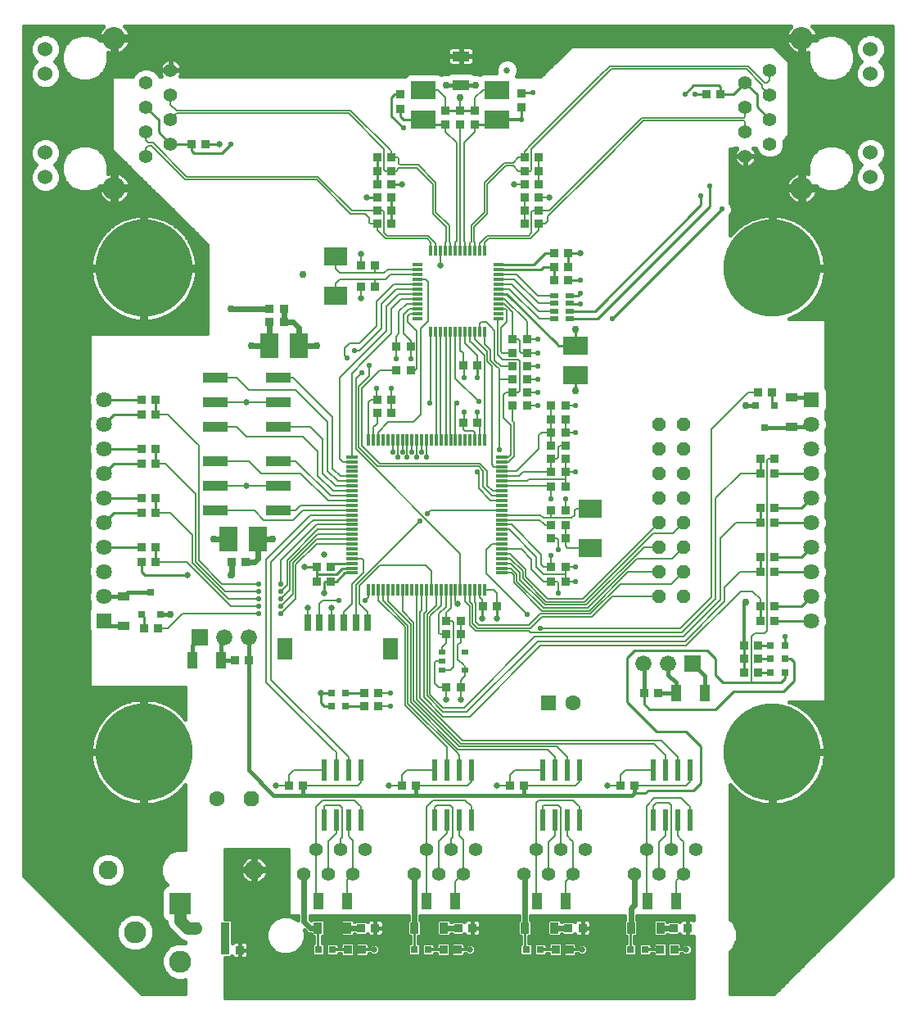
<source format=gtl>
G75*
%MOIN*%
%OFA0B0*%
%FSLAX24Y24*%
%IPPOS*%
%LPD*%
%AMOC8*
5,1,8,0,0,1.08239X$1,22.5*
%
%ADD10R,0.0315X0.0217*%
%ADD11R,0.0120X0.0400*%
%ADD12R,0.0400X0.0120*%
%ADD13C,0.0930*%
%ADD14C,0.0600*%
%ADD15C,0.0550*%
%ADD16R,0.0472X0.0118*%
%ADD17R,0.0118X0.0472*%
%ADD18R,0.0660X0.0660*%
%ADD19C,0.0660*%
%ADD20R,0.0300X0.0300*%
%ADD21R,0.0945X0.0748*%
%ADD22R,0.0320X0.0360*%
%ADD23R,0.0360X0.0320*%
%ADD24R,0.0984X0.0768*%
%ADD25R,0.0768X0.0984*%
%ADD26R,0.0709X0.0394*%
%ADD27R,0.0394X0.0709*%
%ADD28R,0.0276X0.0709*%
%ADD29R,0.0630X0.0866*%
%ADD30R,0.0984X0.0394*%
%ADD31R,0.0354X0.0197*%
%ADD32C,0.3960*%
%ADD33R,0.0236X0.0866*%
%ADD34R,0.0645X0.0645*%
%ADD35C,0.0645*%
%ADD36R,0.0472X0.0335*%
%ADD37R,0.0900X0.0900*%
%ADD38C,0.0900*%
%ADD39OC8,0.0630*%
%ADD40C,0.0630*%
%ADD41R,0.0335X0.0472*%
%ADD42OC8,0.0560*%
%ADD43C,0.0765*%
%ADD44R,0.0630X0.0630*%
%ADD45C,0.0160*%
%ADD46C,0.0250*%
%ADD47C,0.0080*%
%ADD48C,0.0300*%
%ADD49C,0.0220*%
%ADD50C,0.0060*%
%ADD51C,0.0100*%
%ADD52C,0.0240*%
%ADD53C,0.0120*%
%ADD54C,0.0320*%
%ADD55C,0.0500*%
D10*
X018988Y015386D03*
X018988Y015760D03*
X018988Y016134D03*
X019932Y016134D03*
X019932Y015386D03*
D11*
X019940Y029150D03*
X019740Y029150D03*
X019540Y029150D03*
X019340Y029150D03*
X019140Y029150D03*
X018940Y029150D03*
X018740Y029150D03*
X018540Y029150D03*
X020140Y029150D03*
X020340Y029150D03*
X020540Y029150D03*
X020740Y029150D03*
X020740Y032450D03*
X020540Y032450D03*
X020340Y032450D03*
X020140Y032450D03*
X019940Y032450D03*
X019740Y032450D03*
X019540Y032450D03*
X019340Y032450D03*
X019140Y032450D03*
X018940Y032450D03*
X018740Y032450D03*
X018540Y032450D03*
D12*
X017990Y031900D03*
X017990Y031700D03*
X017990Y031500D03*
X017990Y031300D03*
X017990Y031100D03*
X017990Y030900D03*
X017990Y030700D03*
X017990Y030500D03*
X017990Y030300D03*
X017990Y030100D03*
X017990Y029900D03*
X017990Y029700D03*
X021290Y029700D03*
X021290Y029900D03*
X021290Y030100D03*
X021290Y030300D03*
X021290Y030500D03*
X021290Y030700D03*
X021290Y030900D03*
X021290Y031100D03*
X021290Y031300D03*
X021290Y031500D03*
X021290Y031700D03*
X021290Y031900D03*
D13*
X033640Y035000D03*
X033640Y041100D03*
X005640Y041100D03*
X005640Y035000D03*
D14*
X002840Y035440D03*
X002840Y036440D03*
X002840Y039660D03*
X002840Y040660D03*
X036440Y040660D03*
X036440Y039660D03*
X036440Y036440D03*
X036440Y035440D03*
D15*
X032340Y036800D03*
X032340Y037800D03*
X032340Y038800D03*
X032340Y039800D03*
X031340Y039300D03*
X031340Y038300D03*
X031340Y037300D03*
X031340Y036300D03*
X007940Y036800D03*
X007940Y037800D03*
X007940Y038800D03*
X007940Y039800D03*
X006940Y039300D03*
X006940Y038300D03*
X006940Y037300D03*
X006940Y036300D03*
X013870Y008100D03*
X013370Y007100D03*
X014370Y007100D03*
X015370Y007100D03*
X014870Y008100D03*
X015870Y008100D03*
X017850Y007100D03*
X018350Y008100D03*
X018850Y007100D03*
X019850Y007100D03*
X019350Y008100D03*
X020350Y008100D03*
X022330Y007100D03*
X022830Y008100D03*
X023330Y007100D03*
X024330Y007100D03*
X023830Y008100D03*
X024830Y008100D03*
X026810Y007100D03*
X027810Y007100D03*
X027310Y008100D03*
X028310Y008100D03*
X029310Y008100D03*
X028810Y007100D03*
D16*
X021411Y019338D03*
X021411Y019535D03*
X021411Y019731D03*
X021411Y019928D03*
X021411Y020125D03*
X021411Y020322D03*
X021411Y020519D03*
X021411Y020716D03*
X021411Y020913D03*
X021411Y021109D03*
X021411Y021306D03*
X021411Y021503D03*
X021411Y021700D03*
X021411Y021897D03*
X021411Y022094D03*
X021411Y022291D03*
X021411Y022487D03*
X021411Y022684D03*
X021411Y022881D03*
X021411Y023078D03*
X021411Y023275D03*
X021411Y023472D03*
X021411Y023669D03*
X021411Y023865D03*
X021411Y024062D03*
X015309Y024062D03*
X015309Y023865D03*
X015309Y023669D03*
X015309Y023472D03*
X015309Y023275D03*
X015309Y023078D03*
X015309Y022881D03*
X015309Y022684D03*
X015309Y022487D03*
X015309Y022291D03*
X015309Y022094D03*
X015309Y021897D03*
X015309Y021700D03*
X015309Y021503D03*
X015309Y021306D03*
X015309Y021109D03*
X015309Y020913D03*
X015309Y020716D03*
X015309Y020519D03*
X015309Y020322D03*
X015309Y020125D03*
X015309Y019928D03*
X015309Y019731D03*
X015309Y019535D03*
X015309Y019338D03*
D17*
X015998Y018649D03*
X016195Y018649D03*
X016391Y018649D03*
X016588Y018649D03*
X016785Y018649D03*
X016982Y018649D03*
X017179Y018649D03*
X017376Y018649D03*
X017573Y018649D03*
X017769Y018649D03*
X017966Y018649D03*
X018163Y018649D03*
X018360Y018649D03*
X018557Y018649D03*
X018754Y018649D03*
X018951Y018649D03*
X019147Y018649D03*
X019344Y018649D03*
X019541Y018649D03*
X019738Y018649D03*
X019935Y018649D03*
X020132Y018649D03*
X020329Y018649D03*
X020525Y018649D03*
X020722Y018649D03*
X020722Y024751D03*
X020525Y024751D03*
X020329Y024751D03*
X020132Y024751D03*
X019935Y024751D03*
X019738Y024751D03*
X019541Y024751D03*
X019344Y024751D03*
X019147Y024751D03*
X018951Y024751D03*
X018754Y024751D03*
X018557Y024751D03*
X018360Y024751D03*
X018163Y024751D03*
X017966Y024751D03*
X017769Y024751D03*
X017573Y024751D03*
X017376Y024751D03*
X017179Y024751D03*
X016982Y024751D03*
X016785Y024751D03*
X016588Y024751D03*
X016391Y024751D03*
X016195Y024751D03*
X015998Y024751D03*
D18*
X009140Y016720D03*
X029200Y015640D03*
D19*
X028200Y015640D03*
X027200Y015640D03*
X011140Y016720D03*
X010140Y016720D03*
D20*
X007515Y017650D03*
X006765Y017650D03*
X007140Y018550D03*
X014490Y014460D03*
X014490Y013920D03*
X015070Y013920D03*
X015070Y014460D03*
X014530Y004020D03*
X013950Y004020D03*
X017850Y004020D03*
X018430Y004020D03*
X022410Y004020D03*
X022990Y004020D03*
X026670Y004020D03*
X027250Y004020D03*
X032370Y015300D03*
X032370Y015840D03*
X032370Y016380D03*
X032950Y016380D03*
X032950Y015840D03*
X032950Y015300D03*
X032140Y025250D03*
X031765Y026150D03*
X032515Y026150D03*
D21*
X025040Y021967D03*
X025040Y020353D03*
X014660Y030613D03*
X014660Y032227D03*
D22*
X015690Y031840D03*
X016270Y031840D03*
X016270Y031000D03*
X015690Y031000D03*
X017130Y028540D03*
X017710Y028540D03*
X017710Y027580D03*
X017130Y027580D03*
X016930Y026380D03*
X016930Y025840D03*
X016350Y025840D03*
X016350Y026380D03*
X019850Y025440D03*
X020430Y025440D03*
X021870Y026140D03*
X021870Y026680D03*
X021870Y027220D03*
X021870Y027760D03*
X021870Y028300D03*
X021870Y028840D03*
X022450Y028840D03*
X022450Y028300D03*
X022450Y027760D03*
X022450Y027220D03*
X022450Y026680D03*
X022450Y026140D03*
X023430Y026140D03*
X024010Y026140D03*
X024010Y025600D03*
X024010Y025060D03*
X024010Y024520D03*
X024010Y023980D03*
X024010Y023440D03*
X023430Y023440D03*
X023430Y023980D03*
X023430Y024520D03*
X023430Y025060D03*
X023430Y025600D03*
X023430Y022840D03*
X024010Y022840D03*
X024010Y021880D03*
X023430Y021880D03*
X023430Y021280D03*
X023430Y020740D03*
X024010Y020740D03*
X024010Y021280D03*
X024010Y019600D03*
X023430Y019600D03*
X023430Y019000D03*
X024010Y019000D03*
X021230Y018000D03*
X020650Y018000D03*
X019750Y017380D03*
X019750Y016840D03*
X019170Y016840D03*
X019170Y017380D03*
X019170Y014680D03*
X019750Y014680D03*
X016390Y014460D03*
X016390Y013920D03*
X015810Y013920D03*
X015810Y014460D03*
X017350Y010700D03*
X017930Y010700D03*
X021750Y010700D03*
X022330Y010700D03*
X026250Y010700D03*
X026830Y010700D03*
X027210Y014440D03*
X027790Y014440D03*
X031290Y015300D03*
X031290Y015840D03*
X031290Y016380D03*
X031870Y016380D03*
X031870Y015840D03*
X031870Y015300D03*
X031950Y017400D03*
X032530Y017400D03*
X032530Y018000D03*
X031950Y018000D03*
X031950Y019400D03*
X032530Y019400D03*
X032530Y020000D03*
X031950Y020000D03*
X031950Y021400D03*
X032530Y021400D03*
X032530Y022000D03*
X031950Y022000D03*
X031950Y023400D03*
X032530Y023400D03*
X032530Y024000D03*
X031950Y024000D03*
X031850Y026700D03*
X032430Y026700D03*
X024130Y031260D03*
X024130Y031800D03*
X024130Y032340D03*
X023550Y032340D03*
X023550Y031800D03*
X023550Y031260D03*
X022930Y033540D03*
X022930Y034080D03*
X022930Y034620D03*
X022930Y035160D03*
X022930Y035700D03*
X022930Y036240D03*
X022350Y036240D03*
X022350Y035700D03*
X022350Y035160D03*
X022350Y034620D03*
X022350Y034080D03*
X022350Y033540D03*
X016930Y033540D03*
X016930Y034080D03*
X016930Y034620D03*
X016930Y035160D03*
X016930Y035700D03*
X016930Y036240D03*
X016350Y036240D03*
X016350Y035700D03*
X016350Y035160D03*
X016350Y034620D03*
X016350Y034080D03*
X016350Y033540D03*
X012550Y030100D03*
X012550Y029560D03*
X011970Y029560D03*
X011970Y030100D03*
X007330Y026400D03*
X006750Y026400D03*
X006750Y025800D03*
X007330Y025800D03*
X007330Y024400D03*
X006750Y024400D03*
X006750Y023800D03*
X007330Y023800D03*
X007330Y022400D03*
X006750Y022400D03*
X006750Y021800D03*
X007330Y021800D03*
X007330Y020400D03*
X006750Y020400D03*
X006750Y019800D03*
X007330Y019800D03*
X007430Y017100D03*
X006850Y017100D03*
X010550Y015780D03*
X011130Y015780D03*
X013890Y019000D03*
X013890Y019600D03*
X014470Y019600D03*
X014470Y019000D03*
X010990Y019780D03*
X010410Y019780D03*
X012750Y010700D03*
X013330Y010700D03*
X015690Y004900D03*
X016270Y004900D03*
X015730Y004020D03*
X015150Y004020D03*
X019050Y004020D03*
X019630Y004020D03*
X019650Y004900D03*
X020230Y004900D03*
X023610Y004020D03*
X024190Y004020D03*
X024130Y004900D03*
X024710Y004900D03*
X027870Y004020D03*
X028450Y004020D03*
X028410Y004900D03*
X028990Y004900D03*
X010750Y004000D03*
X010170Y004000D03*
X019850Y027800D03*
X020430Y027800D03*
X029750Y038820D03*
X030330Y038820D03*
X009370Y036780D03*
X008790Y036780D03*
D23*
X017300Y038230D03*
X017300Y038810D03*
X019140Y038170D03*
X019140Y037590D03*
X019740Y037590D03*
X019740Y038170D03*
X020340Y038170D03*
X020340Y037590D03*
X022220Y038290D03*
X022220Y038870D03*
D24*
X021240Y039000D03*
X021240Y037800D03*
X018240Y037800D03*
X018240Y039000D03*
X024440Y028600D03*
X024440Y027400D03*
D25*
X013160Y028600D03*
X011960Y028600D03*
X011500Y020720D03*
X010300Y020720D03*
D26*
X019760Y039189D03*
X019760Y040371D03*
D27*
X009991Y015780D03*
X008809Y015780D03*
X013949Y006000D03*
X015131Y006000D03*
X018349Y006000D03*
X019531Y006000D03*
X022849Y006000D03*
X024031Y006000D03*
X027349Y006000D03*
X028531Y006000D03*
X028509Y014440D03*
X029691Y014440D03*
D28*
X015970Y017323D03*
X015478Y017323D03*
X014986Y017323D03*
X014494Y017323D03*
X014002Y017323D03*
X013510Y017323D03*
D29*
X012584Y016260D03*
X016896Y016260D03*
D30*
X012320Y021900D03*
X012320Y022900D03*
X012320Y023900D03*
X012320Y025300D03*
X012320Y026300D03*
X012320Y027300D03*
X009760Y027300D03*
X009760Y026300D03*
X009760Y025300D03*
X009760Y023900D03*
X009760Y022900D03*
X009760Y021900D03*
D31*
X023565Y029688D03*
X023565Y030003D03*
X023565Y030317D03*
X023565Y030632D03*
X024195Y030632D03*
X024195Y030317D03*
X024195Y030003D03*
X024195Y029688D03*
D32*
X032435Y031743D03*
X032435Y012057D03*
X006845Y012057D03*
X006845Y031743D03*
D33*
X014190Y011324D03*
X014690Y011324D03*
X015190Y011324D03*
X015690Y011324D03*
X015690Y009276D03*
X015190Y009276D03*
X014690Y009276D03*
X014190Y009276D03*
X018690Y009276D03*
X019190Y009276D03*
X019690Y009276D03*
X020190Y009276D03*
X020190Y011324D03*
X019690Y011324D03*
X019190Y011324D03*
X018690Y011324D03*
X023090Y011324D03*
X023590Y011324D03*
X024090Y011324D03*
X024590Y011324D03*
X024590Y009276D03*
X024090Y009276D03*
X023590Y009276D03*
X023090Y009276D03*
X027590Y009276D03*
X028090Y009276D03*
X028590Y009276D03*
X029090Y009276D03*
X029090Y011324D03*
X028590Y011324D03*
X028090Y011324D03*
X027590Y011324D03*
D34*
X034040Y026400D03*
X005240Y017400D03*
D35*
X005240Y018400D03*
X005240Y019400D03*
X005240Y020400D03*
X005240Y021400D03*
X005240Y022400D03*
X005240Y023400D03*
X005240Y024400D03*
X005240Y025400D03*
X005240Y026400D03*
X034040Y025400D03*
X034040Y024400D03*
X034040Y023400D03*
X034040Y022400D03*
X034040Y021400D03*
X034040Y020400D03*
X034040Y019400D03*
X034040Y018400D03*
X034040Y017400D03*
D36*
X033240Y025300D03*
X033240Y026500D03*
X006040Y018400D03*
X006040Y017200D03*
D37*
X008340Y005890D03*
D38*
X006490Y004710D03*
X008340Y003530D03*
D39*
X011240Y010160D03*
D40*
X009840Y010160D03*
X024340Y014040D03*
D41*
X023560Y004900D03*
X022360Y004900D03*
X019060Y004900D03*
X017860Y004900D03*
X015140Y004900D03*
X013940Y004900D03*
X010160Y004900D03*
X008960Y004900D03*
X026680Y004900D03*
X027880Y004900D03*
D42*
X027840Y018400D03*
X027840Y019400D03*
X027840Y020400D03*
X027840Y021400D03*
X027840Y022400D03*
X028840Y022400D03*
X028840Y021400D03*
X028840Y020400D03*
X028840Y019400D03*
X028840Y018400D03*
X028840Y023400D03*
X028840Y024400D03*
X028840Y025400D03*
X027840Y025400D03*
X027840Y024400D03*
X027840Y023400D03*
D43*
X011330Y007260D03*
X005390Y007260D03*
D44*
X023340Y014040D03*
D45*
X005720Y004623D02*
X004369Y004623D01*
X004528Y004465D02*
X005758Y004465D01*
X005720Y004557D02*
X005837Y004274D01*
X006054Y004057D01*
X006337Y003940D01*
X006643Y003940D01*
X006926Y004057D01*
X007143Y004274D01*
X007260Y004557D01*
X007260Y004863D01*
X007143Y005146D01*
X006926Y005363D01*
X006643Y005480D01*
X006337Y005480D01*
X006054Y005363D01*
X005837Y005146D01*
X005720Y004863D01*
X005720Y004557D01*
X005720Y004782D02*
X004211Y004782D01*
X004052Y004940D02*
X005752Y004940D01*
X005818Y005099D02*
X003894Y005099D01*
X003735Y005257D02*
X005949Y005257D01*
X006182Y005416D02*
X003577Y005416D01*
X003418Y005574D02*
X007570Y005574D01*
X007570Y005416D02*
X006798Y005416D01*
X007031Y005257D02*
X007620Y005257D01*
X007619Y005259D02*
X007709Y005169D01*
X007770Y005143D01*
X007770Y005087D01*
X007857Y004877D01*
X008157Y004577D01*
X008317Y004417D01*
X008527Y004330D01*
X008540Y004330D01*
X008540Y004281D01*
X008493Y004300D01*
X008187Y004300D01*
X007904Y004183D01*
X007687Y003966D01*
X007570Y003683D01*
X007570Y003377D01*
X007687Y003094D01*
X007904Y002877D01*
X008187Y002760D01*
X008493Y002760D01*
X008540Y002779D01*
X008540Y002220D01*
X006773Y002220D01*
X001960Y007033D01*
X001960Y041580D01*
X005208Y041580D01*
X005154Y041526D01*
X005103Y041459D01*
X005060Y041386D01*
X005028Y041308D01*
X005006Y041226D01*
X004999Y041175D01*
X005565Y041175D01*
X005565Y041025D01*
X005715Y041025D01*
X005715Y041175D01*
X006281Y041175D01*
X006274Y041226D01*
X006252Y041308D01*
X006220Y041386D01*
X006177Y041459D01*
X006126Y041526D01*
X006072Y041580D01*
X033208Y041580D01*
X033154Y041526D01*
X033103Y041459D01*
X033060Y041386D01*
X033028Y041308D01*
X033006Y041226D01*
X032999Y041175D01*
X033565Y041175D01*
X033565Y041025D01*
X033715Y041025D01*
X033715Y041175D01*
X034281Y041175D01*
X034274Y041226D01*
X034252Y041308D01*
X034220Y041386D01*
X034177Y041459D01*
X034126Y041526D01*
X034072Y041580D01*
X037320Y041580D01*
X037320Y007033D01*
X032507Y002220D01*
X030740Y002220D01*
X030740Y003936D01*
X030865Y004062D01*
X031010Y004411D01*
X031010Y004789D01*
X030865Y005138D01*
X030740Y005264D01*
X030740Y010716D01*
X030848Y010590D01*
X030968Y010470D01*
X031097Y010360D01*
X031234Y010260D01*
X031379Y010171D01*
X031530Y010094D01*
X031687Y010029D01*
X031849Y009977D01*
X032014Y009937D01*
X032181Y009911D01*
X032350Y009897D01*
X032355Y009897D01*
X032355Y011977D01*
X032515Y011977D01*
X032515Y009897D01*
X032520Y009897D01*
X032689Y009911D01*
X032857Y009937D01*
X033022Y009977D01*
X033183Y010029D01*
X033340Y010094D01*
X033492Y010171D01*
X033636Y010260D01*
X033774Y010360D01*
X033903Y010470D01*
X034023Y010590D01*
X034133Y010719D01*
X034233Y010857D01*
X034321Y011001D01*
X034398Y011152D01*
X034463Y011309D01*
X034516Y011471D01*
X034555Y011636D01*
X034582Y011803D01*
X034595Y011973D01*
X034595Y011977D01*
X032515Y011977D01*
X032515Y012137D01*
X034595Y012137D01*
X034595Y012142D01*
X034582Y012312D01*
X034555Y012479D01*
X034516Y012644D01*
X034463Y012806D01*
X034398Y012962D01*
X034321Y013114D01*
X034233Y013258D01*
X034133Y013396D01*
X034023Y013525D01*
X033903Y013645D01*
X033774Y013755D01*
X033636Y013855D01*
X033492Y013944D01*
X033340Y014021D01*
X033183Y014086D01*
X033139Y014100D01*
X034640Y014100D01*
X034640Y017170D01*
X034682Y017272D01*
X034682Y017528D01*
X034640Y017630D01*
X034640Y018170D01*
X034682Y018272D01*
X034682Y018528D01*
X034640Y018630D01*
X034640Y019170D01*
X034682Y019272D01*
X034682Y019528D01*
X034640Y019630D01*
X034640Y020170D01*
X034682Y020272D01*
X034682Y020528D01*
X034640Y020630D01*
X034640Y021170D01*
X034682Y021272D01*
X034682Y021528D01*
X034640Y021630D01*
X034640Y022170D01*
X034682Y022272D01*
X034682Y022528D01*
X034640Y022630D01*
X034640Y023170D01*
X034682Y023272D01*
X034682Y023528D01*
X034640Y023630D01*
X034640Y024170D01*
X034682Y024272D01*
X034682Y024528D01*
X034640Y024630D01*
X034640Y025170D01*
X034682Y025272D01*
X034682Y025528D01*
X034640Y025630D01*
X034640Y025911D01*
X034682Y026014D01*
X034682Y026786D01*
X034640Y026889D01*
X034640Y029700D01*
X033139Y029700D01*
X033183Y029714D01*
X033340Y029779D01*
X033492Y029856D01*
X033636Y029945D01*
X033774Y030045D01*
X033903Y030155D01*
X034023Y030275D01*
X034133Y030404D01*
X034233Y030542D01*
X034321Y030686D01*
X034398Y030838D01*
X034463Y030994D01*
X034516Y031156D01*
X034555Y031321D01*
X034582Y031488D01*
X034595Y031658D01*
X034595Y031663D01*
X032515Y031663D01*
X032515Y031823D01*
X032355Y031823D01*
X032355Y033903D01*
X032350Y033903D01*
X032181Y033889D01*
X032014Y033863D01*
X031849Y033823D01*
X031687Y033771D01*
X031530Y033706D01*
X031379Y033629D01*
X031234Y033540D01*
X031097Y033440D01*
X030968Y033330D01*
X030848Y033210D01*
X030740Y033084D01*
X030740Y033892D01*
X030745Y033896D01*
X030810Y034054D01*
X030810Y034226D01*
X030745Y034384D01*
X030740Y034388D01*
X030740Y036600D01*
X031005Y036608D01*
X030993Y036596D01*
X030951Y036538D01*
X030918Y036475D01*
X030896Y036407D01*
X030885Y036336D01*
X030885Y036308D01*
X031332Y036308D01*
X031332Y036292D01*
X031348Y036292D01*
X031348Y036308D01*
X031795Y036308D01*
X031795Y036336D01*
X031784Y036407D01*
X031762Y036475D01*
X031729Y036538D01*
X031687Y036596D01*
X031655Y036629D01*
X031766Y036632D01*
X031836Y036463D01*
X032003Y036296D01*
X032222Y036205D01*
X032458Y036205D01*
X032677Y036296D01*
X032844Y036463D01*
X032935Y036682D01*
X032935Y036918D01*
X032930Y036930D01*
X033140Y037140D01*
X033140Y040140D01*
X032480Y040800D01*
X024260Y040800D01*
X023000Y039540D01*
X022014Y039540D01*
X022013Y039543D01*
X022017Y039548D01*
X022085Y039711D01*
X022085Y039889D01*
X022017Y040052D01*
X021892Y040177D01*
X021729Y040245D01*
X021551Y040245D01*
X021388Y040177D01*
X021263Y040052D01*
X021195Y039889D01*
X021195Y039711D01*
X021198Y039704D01*
X020684Y039704D01*
X020567Y039656D01*
X020530Y039618D01*
X020453Y039650D01*
X020303Y039650D01*
X020296Y039658D01*
X020178Y039706D01*
X019342Y039706D01*
X019224Y039658D01*
X019217Y039650D01*
X019067Y039650D01*
X018962Y039607D01*
X018913Y039656D01*
X018796Y039704D01*
X017684Y039704D01*
X017567Y039656D01*
X017477Y039566D01*
X017466Y039540D01*
X008314Y039540D01*
X008329Y039562D01*
X008362Y039625D01*
X008384Y039693D01*
X008395Y039764D01*
X008395Y039792D01*
X007948Y039792D01*
X007948Y039808D01*
X007932Y039808D01*
X007932Y040255D01*
X007904Y040255D01*
X007833Y040244D01*
X007765Y040222D01*
X007702Y040189D01*
X007644Y040147D01*
X007593Y040096D01*
X007551Y040038D01*
X007518Y039975D01*
X007496Y039907D01*
X007485Y039836D01*
X007485Y039808D01*
X007932Y039808D01*
X007932Y039792D01*
X007485Y039792D01*
X007485Y039764D01*
X007496Y039693D01*
X007518Y039625D01*
X007551Y039562D01*
X007566Y039540D01*
X007485Y039540D01*
X007444Y039637D01*
X007277Y039804D01*
X007058Y039895D01*
X006822Y039895D01*
X006603Y039804D01*
X006436Y039637D01*
X006395Y039540D01*
X005540Y039540D01*
X005540Y036540D01*
X009440Y032700D01*
X009440Y029100D01*
X004640Y029100D01*
X004640Y026630D01*
X004598Y026528D01*
X004598Y026272D01*
X004640Y026170D01*
X004640Y025630D01*
X004598Y025528D01*
X004598Y025272D01*
X004640Y025170D01*
X004640Y024630D01*
X004598Y024528D01*
X004598Y024272D01*
X004640Y024170D01*
X004640Y023630D01*
X004598Y023528D01*
X004598Y023272D01*
X004640Y023170D01*
X004640Y022630D01*
X004598Y022528D01*
X004598Y022272D01*
X004640Y022170D01*
X004640Y021630D01*
X004598Y021528D01*
X004598Y021272D01*
X004640Y021170D01*
X004640Y020630D01*
X004598Y020528D01*
X004598Y020272D01*
X004640Y020170D01*
X004640Y019630D01*
X004598Y019528D01*
X004598Y019272D01*
X004640Y019170D01*
X004640Y018630D01*
X004598Y018528D01*
X004598Y018272D01*
X004640Y018170D01*
X004640Y017889D01*
X004598Y017786D01*
X004598Y017014D01*
X004640Y016911D01*
X004640Y014700D01*
X008540Y014700D01*
X008540Y013398D01*
X008432Y013525D01*
X008312Y013645D01*
X008183Y013755D01*
X008046Y013855D01*
X007901Y013944D01*
X007750Y014021D01*
X007593Y014086D01*
X007431Y014138D01*
X007266Y014178D01*
X007099Y014204D01*
X006930Y014217D01*
X006925Y014217D01*
X006925Y012137D01*
X006765Y012137D01*
X006765Y011977D01*
X006925Y011977D01*
X006925Y009897D01*
X006930Y009897D01*
X007099Y009911D01*
X007266Y009937D01*
X007431Y009977D01*
X007593Y010029D01*
X007750Y010094D01*
X007901Y010171D01*
X008046Y010260D01*
X008183Y010360D01*
X008312Y010470D01*
X008432Y010590D01*
X008540Y010716D01*
X008540Y008095D01*
X008527Y008100D01*
X008193Y008100D01*
X007884Y007972D01*
X007648Y007736D01*
X007520Y007427D01*
X007520Y007093D01*
X007648Y006784D01*
X007788Y006644D01*
X007709Y006611D01*
X007619Y006521D01*
X007570Y006404D01*
X007570Y005376D01*
X007619Y005259D01*
X007770Y005099D02*
X007162Y005099D01*
X007228Y004940D02*
X007831Y004940D01*
X007952Y004782D02*
X007260Y004782D01*
X007260Y004623D02*
X008110Y004623D01*
X008269Y004465D02*
X007222Y004465D01*
X007156Y004306D02*
X008540Y004306D01*
X007869Y004148D02*
X007017Y004148D01*
X006763Y003989D02*
X007711Y003989D01*
X007631Y003831D02*
X005162Y003831D01*
X005320Y003672D02*
X007570Y003672D01*
X007570Y003514D02*
X005479Y003514D01*
X005637Y003355D02*
X007579Y003355D01*
X007645Y003197D02*
X005796Y003197D01*
X005954Y003038D02*
X007743Y003038D01*
X007901Y002880D02*
X006113Y002880D01*
X006271Y002721D02*
X008540Y002721D01*
X008540Y002563D02*
X006430Y002563D01*
X006588Y002404D02*
X008540Y002404D01*
X008540Y002246D02*
X006747Y002246D01*
X006217Y003989D02*
X005003Y003989D01*
X004845Y004148D02*
X005963Y004148D01*
X005824Y004306D02*
X004686Y004306D01*
X003260Y005733D02*
X007570Y005733D01*
X007570Y005891D02*
X003101Y005891D01*
X002943Y006050D02*
X007570Y006050D01*
X007570Y006208D02*
X002784Y006208D01*
X002626Y006367D02*
X007570Y006367D01*
X007623Y006525D02*
X002467Y006525D01*
X002309Y006684D02*
X004973Y006684D01*
X004992Y006664D02*
X005250Y006558D01*
X005530Y006558D01*
X005788Y006664D01*
X005986Y006862D01*
X006092Y007120D01*
X006092Y007400D01*
X005986Y007658D01*
X005788Y007856D01*
X005530Y007962D01*
X005250Y007962D01*
X004992Y007856D01*
X004794Y007658D01*
X004688Y007400D01*
X004688Y007120D01*
X004794Y006862D01*
X004992Y006664D01*
X004814Y006842D02*
X002150Y006842D01*
X001992Y007001D02*
X004737Y007001D01*
X004688Y007159D02*
X001960Y007159D01*
X001960Y007318D02*
X004688Y007318D01*
X004719Y007476D02*
X001960Y007476D01*
X001960Y007635D02*
X004785Y007635D01*
X004930Y007793D02*
X001960Y007793D01*
X001960Y007952D02*
X005225Y007952D01*
X005555Y007952D02*
X007864Y007952D01*
X007706Y007793D02*
X005850Y007793D01*
X005995Y007635D02*
X007606Y007635D01*
X007540Y007476D02*
X006061Y007476D01*
X006092Y007318D02*
X007520Y007318D01*
X007520Y007159D02*
X006092Y007159D01*
X006043Y007001D02*
X007558Y007001D01*
X007624Y006842D02*
X005966Y006842D01*
X005807Y006684D02*
X007748Y006684D01*
X008540Y008110D02*
X001960Y008110D01*
X001960Y008269D02*
X008540Y008269D01*
X008540Y008427D02*
X001960Y008427D01*
X001960Y008586D02*
X008540Y008586D01*
X008540Y008744D02*
X001960Y008744D01*
X001960Y008903D02*
X008540Y008903D01*
X008540Y009061D02*
X001960Y009061D01*
X001960Y009220D02*
X008540Y009220D01*
X008540Y009378D02*
X001960Y009378D01*
X001960Y009537D02*
X008540Y009537D01*
X008540Y009695D02*
X001960Y009695D01*
X001960Y009854D02*
X008540Y009854D01*
X008540Y010012D02*
X007541Y010012D01*
X007900Y010171D02*
X008540Y010171D01*
X008540Y010329D02*
X008141Y010329D01*
X008330Y010488D02*
X008540Y010488D01*
X008540Y010646D02*
X008480Y010646D01*
X006925Y010646D02*
X006765Y010646D01*
X006765Y010488D02*
X006925Y010488D01*
X006925Y010329D02*
X006765Y010329D01*
X006765Y010171D02*
X006925Y010171D01*
X006925Y010012D02*
X006765Y010012D01*
X006765Y009897D02*
X006765Y011977D01*
X004685Y011977D01*
X004685Y011973D01*
X004698Y011803D01*
X004725Y011636D01*
X004764Y011471D01*
X004817Y011309D01*
X004882Y011152D01*
X004959Y011001D01*
X005047Y010857D01*
X005147Y010719D01*
X005257Y010590D01*
X005377Y010470D01*
X005506Y010360D01*
X005644Y010260D01*
X005788Y010171D01*
X005940Y010094D01*
X006097Y010029D01*
X006258Y009977D01*
X006423Y009937D01*
X006591Y009911D01*
X006760Y009897D01*
X006765Y009897D01*
X006149Y010012D02*
X001960Y010012D01*
X001960Y010171D02*
X005789Y010171D01*
X005548Y010329D02*
X001960Y010329D01*
X001960Y010488D02*
X005360Y010488D01*
X005209Y010646D02*
X001960Y010646D01*
X001960Y010805D02*
X005085Y010805D01*
X004982Y010963D02*
X001960Y010963D01*
X001960Y011122D02*
X004897Y011122D01*
X004829Y011280D02*
X001960Y011280D01*
X001960Y011439D02*
X004775Y011439D01*
X004734Y011597D02*
X001960Y011597D01*
X001960Y011756D02*
X004706Y011756D01*
X004689Y011914D02*
X001960Y011914D01*
X001960Y012073D02*
X006765Y012073D01*
X006765Y012137D02*
X004685Y012137D01*
X004685Y012142D01*
X004698Y012312D01*
X004725Y012479D01*
X004764Y012644D01*
X004817Y012806D01*
X004882Y012962D01*
X004959Y013114D01*
X005047Y013258D01*
X005147Y013396D01*
X005257Y013525D01*
X005377Y013645D01*
X005506Y013755D01*
X005644Y013855D01*
X005788Y013944D01*
X005940Y014021D01*
X006097Y014086D01*
X006258Y014138D01*
X006423Y014178D01*
X006591Y014204D01*
X006760Y014217D01*
X006765Y014217D01*
X006765Y012137D01*
X006765Y012231D02*
X006925Y012231D01*
X006925Y012390D02*
X006765Y012390D01*
X006765Y012548D02*
X006925Y012548D01*
X006925Y012707D02*
X006765Y012707D01*
X006765Y012865D02*
X006925Y012865D01*
X006925Y013024D02*
X006765Y013024D01*
X006765Y013182D02*
X006925Y013182D01*
X006925Y013341D02*
X006765Y013341D01*
X006765Y013499D02*
X006925Y013499D01*
X006925Y013658D02*
X006765Y013658D01*
X006765Y013816D02*
X006925Y013816D01*
X006925Y013975D02*
X006765Y013975D01*
X006765Y014133D02*
X006925Y014133D01*
X006244Y014133D02*
X001960Y014133D01*
X001960Y013975D02*
X005850Y013975D01*
X005591Y013816D02*
X001960Y013816D01*
X001960Y013658D02*
X005393Y013658D01*
X005236Y013499D02*
X001960Y013499D01*
X001960Y013341D02*
X005107Y013341D01*
X005001Y013182D02*
X001960Y013182D01*
X001960Y013024D02*
X004913Y013024D01*
X004841Y012865D02*
X001960Y012865D01*
X001960Y012707D02*
X004785Y012707D01*
X004741Y012548D02*
X001960Y012548D01*
X001960Y012390D02*
X004710Y012390D01*
X004692Y012231D02*
X001960Y012231D01*
X001960Y014292D02*
X008540Y014292D01*
X008540Y014450D02*
X001960Y014450D01*
X001960Y014609D02*
X008540Y014609D01*
X008540Y014133D02*
X007445Y014133D01*
X007839Y013975D02*
X008540Y013975D01*
X008540Y013816D02*
X008098Y013816D01*
X008297Y013658D02*
X008540Y013658D01*
X008540Y013499D02*
X008454Y013499D01*
X006925Y011914D02*
X006765Y011914D01*
X006765Y011756D02*
X006925Y011756D01*
X006925Y011597D02*
X006765Y011597D01*
X006765Y011439D02*
X006925Y011439D01*
X006925Y011280D02*
X006765Y011280D01*
X006765Y011122D02*
X006925Y011122D01*
X006925Y010963D02*
X006765Y010963D01*
X006765Y010805D02*
X006925Y010805D01*
X010160Y008100D02*
X012740Y008100D01*
X012740Y005400D01*
X013130Y005400D01*
X013130Y005207D01*
X013067Y005270D01*
X012777Y005390D01*
X012463Y005390D01*
X012173Y005270D01*
X011950Y005047D01*
X011830Y004757D01*
X011830Y004443D01*
X011950Y004153D01*
X012173Y003930D01*
X012463Y003810D01*
X012777Y003810D01*
X013067Y003930D01*
X013290Y004153D01*
X013410Y004443D01*
X013410Y004757D01*
X013386Y004814D01*
X013437Y004764D01*
X013504Y004697D01*
X013592Y004660D01*
X013652Y004660D01*
X013652Y004614D01*
X013723Y004544D01*
X013770Y004544D01*
X013770Y004290D01*
X013750Y004290D01*
X013680Y004220D01*
X013680Y003820D01*
X013750Y003750D01*
X014150Y003750D01*
X014220Y003820D01*
X014220Y004220D01*
X014150Y004290D01*
X014110Y004290D01*
X014110Y004544D01*
X014157Y004544D01*
X014227Y004614D01*
X014227Y005186D01*
X014157Y005256D01*
X013723Y005256D01*
X013673Y005207D01*
X013610Y005269D01*
X013610Y005400D01*
X017620Y005400D01*
X017620Y005233D01*
X017572Y005186D01*
X017572Y004614D01*
X017643Y004544D01*
X017690Y004544D01*
X017690Y004290D01*
X017650Y004290D01*
X017580Y004220D01*
X017580Y003820D01*
X017650Y003750D01*
X018050Y003750D01*
X018120Y003820D01*
X018120Y004220D01*
X018050Y004290D01*
X018030Y004290D01*
X018030Y004544D01*
X018077Y004544D01*
X018147Y004614D01*
X018147Y005186D01*
X018100Y005233D01*
X018100Y005400D01*
X022120Y005400D01*
X022120Y005233D01*
X022072Y005186D01*
X022072Y004614D01*
X022143Y004544D01*
X022190Y004544D01*
X022190Y004269D01*
X022140Y004220D01*
X022140Y003820D01*
X022210Y003750D01*
X022610Y003750D01*
X022680Y003820D01*
X022680Y004220D01*
X022610Y004290D01*
X022530Y004290D01*
X022530Y004544D01*
X022577Y004544D01*
X022647Y004614D01*
X022647Y005186D01*
X022600Y005233D01*
X022600Y005400D01*
X026440Y005400D01*
X026440Y005233D01*
X026392Y005186D01*
X026392Y004614D01*
X026463Y004544D01*
X026500Y004544D01*
X026500Y004290D01*
X026470Y004290D01*
X026400Y004220D01*
X026400Y003820D01*
X026470Y003750D01*
X026870Y003750D01*
X026940Y003820D01*
X026940Y004220D01*
X026870Y004290D01*
X026840Y004290D01*
X026840Y004544D01*
X026897Y004544D01*
X026967Y004614D01*
X026967Y005186D01*
X026920Y005233D01*
X026920Y005400D01*
X029240Y005400D01*
X029240Y005236D01*
X029219Y005248D01*
X029174Y005260D01*
X028990Y005260D01*
X028990Y004900D01*
X028990Y004900D01*
X028990Y004540D01*
X029174Y004540D01*
X029219Y004552D01*
X029240Y004564D01*
X029240Y002060D01*
X010160Y002060D01*
X010160Y003700D01*
X010380Y003700D01*
X010425Y003745D01*
X010446Y003709D01*
X010479Y003676D01*
X010521Y003652D01*
X010566Y003640D01*
X010750Y003640D01*
X010934Y003640D01*
X010979Y003652D01*
X011021Y003676D01*
X011054Y003709D01*
X011078Y003751D01*
X011090Y003796D01*
X011090Y004000D01*
X011090Y004204D01*
X011078Y004249D01*
X011054Y004291D01*
X011021Y004324D01*
X010979Y004348D01*
X010934Y004360D01*
X010750Y004360D01*
X010750Y004000D01*
X010750Y004000D01*
X011090Y004000D01*
X010750Y004000D01*
X010750Y004000D01*
X010750Y004360D01*
X010566Y004360D01*
X010521Y004348D01*
X010479Y004324D01*
X010450Y004295D01*
X010450Y004946D01*
X010448Y004952D01*
X010448Y005186D01*
X010377Y005256D01*
X010160Y005256D01*
X010160Y008100D01*
X010160Y007952D02*
X012740Y007952D01*
X012740Y007793D02*
X011508Y007793D01*
X011546Y007781D02*
X011462Y007809D01*
X011378Y007822D01*
X011378Y007308D01*
X011892Y007308D01*
X011879Y007392D01*
X011851Y007476D01*
X011811Y007555D01*
X011759Y007626D01*
X011696Y007689D01*
X011625Y007741D01*
X011546Y007781D01*
X011378Y007793D02*
X011282Y007793D01*
X011282Y007822D02*
X011198Y007809D01*
X011114Y007781D01*
X011035Y007741D01*
X010964Y007689D01*
X010901Y007626D01*
X010849Y007555D01*
X010809Y007476D01*
X010781Y007392D01*
X010768Y007308D01*
X011282Y007308D01*
X011282Y007822D01*
X011152Y007793D02*
X010160Y007793D01*
X010160Y007635D02*
X010909Y007635D01*
X010809Y007476D02*
X010160Y007476D01*
X010160Y007318D02*
X010770Y007318D01*
X010768Y007212D02*
X010781Y007128D01*
X010809Y007044D01*
X010849Y006965D01*
X010901Y006894D01*
X010964Y006831D01*
X011035Y006779D01*
X011114Y006739D01*
X011198Y006711D01*
X011282Y006698D01*
X011282Y007212D01*
X011378Y007212D01*
X011378Y007308D01*
X011282Y007308D01*
X011282Y007212D01*
X010768Y007212D01*
X010776Y007159D02*
X010160Y007159D01*
X010160Y007001D02*
X010831Y007001D01*
X010952Y006842D02*
X010160Y006842D01*
X010160Y006684D02*
X012740Y006684D01*
X012740Y006842D02*
X011708Y006842D01*
X011696Y006831D02*
X011759Y006894D01*
X011811Y006965D01*
X011851Y007044D01*
X011879Y007128D01*
X011892Y007212D01*
X011378Y007212D01*
X011378Y006698D01*
X011462Y006711D01*
X011546Y006739D01*
X011625Y006779D01*
X011696Y006831D01*
X011829Y007001D02*
X012740Y007001D01*
X012740Y007159D02*
X011884Y007159D01*
X011890Y007318D02*
X012740Y007318D01*
X012740Y007476D02*
X011851Y007476D01*
X011751Y007635D02*
X012740Y007635D01*
X012740Y006525D02*
X010160Y006525D01*
X010160Y006367D02*
X012740Y006367D01*
X012740Y006208D02*
X010160Y006208D01*
X010160Y006050D02*
X012740Y006050D01*
X012740Y005891D02*
X010160Y005891D01*
X010160Y005733D02*
X012740Y005733D01*
X012740Y005574D02*
X010160Y005574D01*
X010160Y005416D02*
X012740Y005416D01*
X013080Y005257D02*
X013130Y005257D01*
X013622Y005257D02*
X016077Y005257D01*
X016086Y005260D02*
X016041Y005248D01*
X015999Y005224D01*
X015966Y005191D01*
X015945Y005155D01*
X015900Y005200D01*
X015480Y005200D01*
X015428Y005147D01*
X015428Y005186D01*
X015357Y005256D01*
X014923Y005256D01*
X014853Y005186D01*
X014853Y004614D01*
X014923Y004544D01*
X015357Y004544D01*
X015428Y004614D01*
X015428Y004653D01*
X015480Y004600D01*
X015900Y004600D01*
X015945Y004645D01*
X015966Y004609D01*
X015999Y004576D01*
X016041Y004552D01*
X016086Y004540D01*
X016270Y004540D01*
X016454Y004540D01*
X016499Y004552D01*
X016541Y004576D01*
X016574Y004609D01*
X016598Y004651D01*
X016610Y004696D01*
X016610Y004900D01*
X016610Y005104D01*
X016598Y005149D01*
X016574Y005191D01*
X016541Y005224D01*
X016499Y005248D01*
X016454Y005260D01*
X016270Y005260D01*
X016270Y004900D01*
X016270Y004900D01*
X016610Y004900D01*
X016270Y004900D01*
X016270Y004900D01*
X016270Y005260D01*
X016086Y005260D01*
X016270Y005257D02*
X016270Y005257D01*
X016270Y005099D02*
X016270Y005099D01*
X016270Y004940D02*
X016270Y004940D01*
X016270Y004900D02*
X016270Y004540D01*
X016270Y004900D01*
X016270Y004900D01*
X016270Y004782D02*
X016270Y004782D01*
X016270Y004623D02*
X016270Y004623D01*
X016582Y004623D02*
X017572Y004623D01*
X017572Y004782D02*
X016610Y004782D01*
X016610Y004940D02*
X017572Y004940D01*
X017572Y005099D02*
X016610Y005099D01*
X016463Y005257D02*
X017620Y005257D01*
X018100Y005257D02*
X020037Y005257D01*
X020046Y005260D02*
X020001Y005248D01*
X019959Y005224D01*
X019926Y005191D01*
X019905Y005155D01*
X019860Y005200D01*
X019440Y005200D01*
X019380Y005140D01*
X019348Y005140D01*
X019348Y005186D01*
X019277Y005256D01*
X018843Y005256D01*
X018773Y005186D01*
X018773Y004614D01*
X018843Y004544D01*
X019277Y004544D01*
X019348Y004614D01*
X019348Y004660D01*
X019380Y004660D01*
X019440Y004600D01*
X019860Y004600D01*
X019905Y004645D01*
X019926Y004609D01*
X019959Y004576D01*
X020001Y004552D01*
X020046Y004540D01*
X020230Y004540D01*
X020414Y004540D01*
X020459Y004552D01*
X020501Y004576D01*
X020534Y004609D01*
X020558Y004651D01*
X020570Y004696D01*
X020570Y004900D01*
X020570Y005104D01*
X020558Y005149D01*
X020534Y005191D01*
X020501Y005224D01*
X020459Y005248D01*
X020414Y005260D01*
X020230Y005260D01*
X020230Y004900D01*
X020230Y004900D01*
X020570Y004900D01*
X020230Y004900D01*
X020230Y004900D01*
X020230Y005260D01*
X020046Y005260D01*
X020230Y005257D02*
X020230Y005257D01*
X020230Y005099D02*
X020230Y005099D01*
X020230Y004940D02*
X020230Y004940D01*
X020230Y004900D02*
X020230Y004540D01*
X020230Y004900D01*
X020230Y004900D01*
X020230Y004782D02*
X020230Y004782D01*
X020230Y004623D02*
X020230Y004623D01*
X020542Y004623D02*
X022072Y004623D01*
X022072Y004782D02*
X020570Y004782D01*
X020570Y004940D02*
X022072Y004940D01*
X022072Y005099D02*
X020570Y005099D01*
X020423Y005257D02*
X022120Y005257D01*
X022600Y005257D02*
X024517Y005257D01*
X024526Y005260D02*
X024481Y005248D01*
X024439Y005224D01*
X024406Y005191D01*
X024385Y005155D01*
X024340Y005200D01*
X023920Y005200D01*
X023860Y005140D01*
X023848Y005140D01*
X023848Y005186D01*
X023777Y005256D01*
X023343Y005256D01*
X023273Y005186D01*
X023273Y004614D01*
X023343Y004544D01*
X023777Y004544D01*
X023848Y004614D01*
X023848Y004660D01*
X023860Y004660D01*
X023920Y004600D01*
X024340Y004600D01*
X024385Y004645D01*
X024406Y004609D01*
X024439Y004576D01*
X024481Y004552D01*
X024526Y004540D01*
X024710Y004540D01*
X024894Y004540D01*
X024939Y004552D01*
X024981Y004576D01*
X025014Y004609D01*
X025038Y004651D01*
X025050Y004696D01*
X025050Y004900D01*
X025050Y005104D01*
X025038Y005149D01*
X025014Y005191D01*
X024981Y005224D01*
X024939Y005248D01*
X024894Y005260D01*
X024710Y005260D01*
X024710Y004900D01*
X024710Y004900D01*
X025050Y004900D01*
X024710Y004900D01*
X024710Y004900D01*
X024710Y005260D01*
X024526Y005260D01*
X024710Y005257D02*
X024710Y005257D01*
X024710Y005099D02*
X024710Y005099D01*
X024710Y004940D02*
X024710Y004940D01*
X024710Y004900D02*
X024710Y004540D01*
X024710Y004900D01*
X024710Y004900D01*
X024710Y004782D02*
X024710Y004782D01*
X024710Y004623D02*
X024710Y004623D01*
X025022Y004623D02*
X026392Y004623D01*
X026392Y004782D02*
X025050Y004782D01*
X025050Y004940D02*
X026392Y004940D01*
X026392Y005099D02*
X025050Y005099D01*
X024903Y005257D02*
X026440Y005257D01*
X026920Y005257D02*
X028797Y005257D01*
X028806Y005260D02*
X028761Y005248D01*
X028719Y005224D01*
X028686Y005191D01*
X028665Y005155D01*
X028620Y005200D01*
X028200Y005200D01*
X028168Y005167D01*
X028168Y005186D01*
X028097Y005256D01*
X027663Y005256D01*
X027593Y005186D01*
X027593Y004614D01*
X027663Y004544D01*
X028097Y004544D01*
X028168Y004614D01*
X028168Y004633D01*
X028200Y004600D01*
X028620Y004600D01*
X028665Y004645D01*
X028686Y004609D01*
X028719Y004576D01*
X028761Y004552D01*
X028806Y004540D01*
X028990Y004540D01*
X028990Y004900D01*
X028990Y004900D01*
X028990Y005260D01*
X028806Y005260D01*
X028990Y005257D02*
X028990Y005257D01*
X028990Y005099D02*
X028990Y005099D01*
X028990Y004940D02*
X028990Y004940D01*
X028990Y004782D02*
X028990Y004782D01*
X028990Y004623D02*
X028990Y004623D01*
X029240Y004465D02*
X026840Y004465D01*
X026840Y004306D02*
X027647Y004306D01*
X027660Y004320D02*
X027590Y004250D01*
X027590Y004200D01*
X027520Y004200D01*
X027520Y004220D01*
X027450Y004290D01*
X027050Y004290D01*
X026980Y004220D01*
X026980Y003820D01*
X027050Y003750D01*
X027450Y003750D01*
X027520Y003820D01*
X027520Y003840D01*
X027590Y003840D01*
X027590Y003790D01*
X027660Y003720D01*
X028080Y003720D01*
X028150Y003790D01*
X028150Y004250D01*
X028080Y004320D01*
X027660Y004320D01*
X027593Y004623D02*
X026967Y004623D01*
X026967Y004782D02*
X027593Y004782D01*
X027593Y004940D02*
X026967Y004940D01*
X026967Y005099D02*
X027593Y005099D01*
X028168Y004623D02*
X028177Y004623D01*
X028240Y004320D02*
X028170Y004250D01*
X028170Y003790D01*
X028240Y003720D01*
X028660Y003720D01*
X028730Y003790D01*
X028730Y003840D01*
X028774Y003840D01*
X028801Y003812D01*
X028891Y003775D01*
X028989Y003775D01*
X029079Y003812D01*
X029148Y003881D01*
X029185Y003971D01*
X029185Y004069D01*
X029148Y004159D01*
X029079Y004228D01*
X028989Y004265D01*
X028891Y004265D01*
X028801Y004228D01*
X028774Y004200D01*
X028730Y004200D01*
X028730Y004250D01*
X028660Y004320D01*
X028240Y004320D01*
X028227Y004306D02*
X028093Y004306D01*
X028150Y004148D02*
X028170Y004148D01*
X028170Y003989D02*
X028150Y003989D01*
X028150Y003831D02*
X028170Y003831D01*
X027590Y003831D02*
X027520Y003831D01*
X026980Y003831D02*
X026940Y003831D01*
X026940Y003989D02*
X026980Y003989D01*
X026980Y004148D02*
X026940Y004148D01*
X026500Y004306D02*
X024413Y004306D01*
X024400Y004320D02*
X023980Y004320D01*
X023910Y004250D01*
X023910Y003790D01*
X023980Y003720D01*
X024400Y003720D01*
X024470Y003790D01*
X024470Y003840D01*
X024514Y003840D01*
X024541Y003812D01*
X024631Y003775D01*
X024729Y003775D01*
X024819Y003812D01*
X024888Y003881D01*
X024925Y003971D01*
X024925Y004069D01*
X024888Y004159D01*
X024819Y004228D01*
X024729Y004265D01*
X024631Y004265D01*
X024541Y004228D01*
X024514Y004200D01*
X024470Y004200D01*
X024470Y004250D01*
X024400Y004320D01*
X024398Y004623D02*
X024363Y004623D01*
X023897Y004623D02*
X023848Y004623D01*
X023820Y004320D02*
X023400Y004320D01*
X023330Y004250D01*
X023330Y004200D01*
X023260Y004200D01*
X023260Y004220D01*
X023190Y004290D01*
X022790Y004290D01*
X022720Y004220D01*
X022720Y003820D01*
X022790Y003750D01*
X023190Y003750D01*
X023260Y003820D01*
X023260Y003840D01*
X023330Y003840D01*
X023330Y003790D01*
X023400Y003720D01*
X023820Y003720D01*
X023890Y003790D01*
X023890Y004250D01*
X023820Y004320D01*
X023833Y004306D02*
X023967Y004306D01*
X023910Y004148D02*
X023890Y004148D01*
X023890Y003989D02*
X023910Y003989D01*
X023910Y003831D02*
X023890Y003831D01*
X023330Y003831D02*
X023260Y003831D01*
X023387Y004306D02*
X022530Y004306D01*
X022530Y004465D02*
X026500Y004465D01*
X026400Y004148D02*
X024892Y004148D01*
X024925Y003989D02*
X026400Y003989D01*
X026400Y003831D02*
X024837Y003831D01*
X024523Y003831D02*
X024470Y003831D01*
X023273Y004623D02*
X022647Y004623D01*
X022647Y004782D02*
X023273Y004782D01*
X023273Y004940D02*
X022647Y004940D01*
X022647Y005099D02*
X023273Y005099D01*
X022720Y004148D02*
X022680Y004148D01*
X022680Y003989D02*
X022720Y003989D01*
X022720Y003831D02*
X022680Y003831D01*
X022140Y003831D02*
X020277Y003831D01*
X020259Y003812D02*
X020328Y003881D01*
X020365Y003971D01*
X020365Y004069D01*
X020328Y004159D01*
X020259Y004228D01*
X020169Y004265D01*
X020071Y004265D01*
X019981Y004228D01*
X019954Y004200D01*
X019910Y004200D01*
X019910Y004250D01*
X019840Y004320D01*
X019420Y004320D01*
X019350Y004250D01*
X019350Y003790D01*
X019420Y003720D01*
X019840Y003720D01*
X019910Y003790D01*
X019910Y003840D01*
X019954Y003840D01*
X019981Y003812D01*
X020071Y003775D01*
X020169Y003775D01*
X020259Y003812D01*
X020365Y003989D02*
X022140Y003989D01*
X022140Y004148D02*
X020332Y004148D01*
X019963Y003831D02*
X019910Y003831D01*
X019853Y004306D02*
X022190Y004306D01*
X022190Y004465D02*
X018030Y004465D01*
X018030Y004306D02*
X018827Y004306D01*
X018840Y004320D02*
X018770Y004250D01*
X018770Y004200D01*
X018700Y004200D01*
X018700Y004220D01*
X018630Y004290D01*
X018230Y004290D01*
X018160Y004220D01*
X018160Y003820D01*
X018230Y003750D01*
X018630Y003750D01*
X018700Y003820D01*
X018700Y003840D01*
X018770Y003840D01*
X018770Y003790D01*
X018840Y003720D01*
X019260Y003720D01*
X019330Y003790D01*
X019330Y004250D01*
X019260Y004320D01*
X018840Y004320D01*
X018773Y004623D02*
X018147Y004623D01*
X018147Y004782D02*
X018773Y004782D01*
X018773Y004940D02*
X018147Y004940D01*
X018147Y005099D02*
X018773Y005099D01*
X019348Y004623D02*
X019417Y004623D01*
X019407Y004306D02*
X019273Y004306D01*
X019330Y004148D02*
X019350Y004148D01*
X019350Y003989D02*
X019330Y003989D01*
X019330Y003831D02*
X019350Y003831D01*
X018770Y003831D02*
X018700Y003831D01*
X018160Y003831D02*
X018120Y003831D01*
X018120Y003989D02*
X018160Y003989D01*
X018160Y004148D02*
X018120Y004148D01*
X017690Y004306D02*
X015953Y004306D01*
X015940Y004320D02*
X015520Y004320D01*
X015450Y004250D01*
X015450Y003790D01*
X015520Y003720D01*
X015940Y003720D01*
X016010Y003790D01*
X016010Y003840D01*
X016054Y003840D01*
X016081Y003812D01*
X016171Y003775D01*
X016269Y003775D01*
X016359Y003812D01*
X016428Y003881D01*
X016465Y003971D01*
X016465Y004069D01*
X016428Y004159D01*
X016359Y004228D01*
X016269Y004265D01*
X016171Y004265D01*
X016081Y004228D01*
X016054Y004200D01*
X016010Y004200D01*
X016010Y004250D01*
X015940Y004320D01*
X015923Y004623D02*
X015958Y004623D01*
X015457Y004623D02*
X015428Y004623D01*
X015360Y004320D02*
X014940Y004320D01*
X014870Y004250D01*
X014870Y004200D01*
X014800Y004200D01*
X014800Y004220D01*
X014730Y004290D01*
X014330Y004290D01*
X014260Y004220D01*
X014260Y003820D01*
X014330Y003750D01*
X014730Y003750D01*
X014800Y003820D01*
X014800Y003840D01*
X014870Y003840D01*
X014870Y003790D01*
X014940Y003720D01*
X015360Y003720D01*
X015430Y003790D01*
X015430Y004250D01*
X015360Y004320D01*
X015373Y004306D02*
X015507Y004306D01*
X015450Y004148D02*
X015430Y004148D01*
X015430Y003989D02*
X015450Y003989D01*
X015450Y003831D02*
X015430Y003831D01*
X014870Y003831D02*
X014800Y003831D01*
X014927Y004306D02*
X014110Y004306D01*
X014110Y004465D02*
X017690Y004465D01*
X017580Y004148D02*
X016432Y004148D01*
X016465Y003989D02*
X017580Y003989D01*
X017580Y003831D02*
X016377Y003831D01*
X016063Y003831D02*
X016010Y003831D01*
X014853Y004623D02*
X014227Y004623D01*
X014227Y004782D02*
X014853Y004782D01*
X014853Y004940D02*
X014227Y004940D01*
X014227Y005099D02*
X014853Y005099D01*
X014260Y004148D02*
X014220Y004148D01*
X014220Y003989D02*
X014260Y003989D01*
X014260Y003831D02*
X014220Y003831D01*
X013680Y003831D02*
X012828Y003831D01*
X013127Y003989D02*
X013680Y003989D01*
X013680Y004148D02*
X013285Y004148D01*
X013354Y004306D02*
X013770Y004306D01*
X013770Y004465D02*
X013410Y004465D01*
X013410Y004623D02*
X013652Y004623D01*
X013419Y004782D02*
X013400Y004782D01*
X012412Y003831D02*
X011090Y003831D01*
X011090Y003989D02*
X012113Y003989D01*
X011955Y004148D02*
X011090Y004148D01*
X011038Y004306D02*
X011886Y004306D01*
X011830Y004465D02*
X010450Y004465D01*
X010450Y004623D02*
X011830Y004623D01*
X011840Y004782D02*
X010450Y004782D01*
X010450Y004940D02*
X011906Y004940D01*
X012002Y005099D02*
X010448Y005099D01*
X010160Y005257D02*
X012160Y005257D01*
X010750Y004306D02*
X010750Y004306D01*
X010750Y004148D02*
X010750Y004148D01*
X010750Y004000D02*
X010750Y003640D01*
X010750Y004000D01*
X010750Y004000D01*
X010750Y003989D02*
X010750Y003989D01*
X010750Y003831D02*
X010750Y003831D01*
X010750Y003672D02*
X010750Y003672D01*
X011014Y003672D02*
X029240Y003672D01*
X029240Y003514D02*
X010160Y003514D01*
X010160Y003672D02*
X010486Y003672D01*
X010160Y003355D02*
X029240Y003355D01*
X029240Y003197D02*
X010160Y003197D01*
X010160Y003038D02*
X029240Y003038D01*
X029240Y002880D02*
X010160Y002880D01*
X010160Y002721D02*
X029240Y002721D01*
X029240Y002563D02*
X010160Y002563D01*
X010160Y002404D02*
X029240Y002404D01*
X029240Y002246D02*
X010160Y002246D01*
X010160Y002087D02*
X029240Y002087D01*
X030740Y002246D02*
X032533Y002246D01*
X032692Y002404D02*
X030740Y002404D01*
X030740Y002563D02*
X032850Y002563D01*
X033009Y002721D02*
X030740Y002721D01*
X030740Y002880D02*
X033167Y002880D01*
X033326Y003038D02*
X030740Y003038D01*
X030740Y003197D02*
X033484Y003197D01*
X033643Y003355D02*
X030740Y003355D01*
X030740Y003514D02*
X033801Y003514D01*
X033960Y003672D02*
X030740Y003672D01*
X030740Y003831D02*
X034118Y003831D01*
X034277Y003989D02*
X030793Y003989D01*
X030901Y004148D02*
X034435Y004148D01*
X034594Y004306D02*
X030967Y004306D01*
X031010Y004465D02*
X034752Y004465D01*
X034911Y004623D02*
X031010Y004623D01*
X031010Y004782D02*
X035069Y004782D01*
X035228Y004940D02*
X030947Y004940D01*
X030882Y005099D02*
X035386Y005099D01*
X035545Y005257D02*
X030746Y005257D01*
X030740Y005416D02*
X035703Y005416D01*
X035862Y005574D02*
X030740Y005574D01*
X030740Y005733D02*
X036020Y005733D01*
X036179Y005891D02*
X030740Y005891D01*
X030740Y006050D02*
X036337Y006050D01*
X036496Y006208D02*
X030740Y006208D01*
X030740Y006367D02*
X036654Y006367D01*
X036813Y006525D02*
X030740Y006525D01*
X030740Y006684D02*
X036971Y006684D01*
X037130Y006842D02*
X030740Y006842D01*
X030740Y007001D02*
X037288Y007001D01*
X037320Y007159D02*
X030740Y007159D01*
X030740Y007318D02*
X037320Y007318D01*
X037320Y007476D02*
X030740Y007476D01*
X030740Y007635D02*
X037320Y007635D01*
X037320Y007793D02*
X030740Y007793D01*
X030740Y007952D02*
X037320Y007952D01*
X037320Y008110D02*
X030740Y008110D01*
X030740Y008269D02*
X037320Y008269D01*
X037320Y008427D02*
X030740Y008427D01*
X030740Y008586D02*
X037320Y008586D01*
X037320Y008744D02*
X030740Y008744D01*
X030740Y008903D02*
X037320Y008903D01*
X037320Y009061D02*
X030740Y009061D01*
X030740Y009220D02*
X037320Y009220D01*
X037320Y009378D02*
X030740Y009378D01*
X030740Y009537D02*
X037320Y009537D01*
X037320Y009695D02*
X030740Y009695D01*
X030740Y009854D02*
X037320Y009854D01*
X037320Y010012D02*
X033131Y010012D01*
X033491Y010171D02*
X037320Y010171D01*
X037320Y010329D02*
X033732Y010329D01*
X033920Y010488D02*
X037320Y010488D01*
X037320Y010646D02*
X034071Y010646D01*
X034195Y010805D02*
X037320Y010805D01*
X037320Y010963D02*
X034298Y010963D01*
X034383Y011122D02*
X037320Y011122D01*
X037320Y011280D02*
X034451Y011280D01*
X034505Y011439D02*
X037320Y011439D01*
X037320Y011597D02*
X034546Y011597D01*
X034574Y011756D02*
X037320Y011756D01*
X037320Y011914D02*
X034591Y011914D01*
X034588Y012231D02*
X037320Y012231D01*
X037320Y012073D02*
X032515Y012073D01*
X032515Y011914D02*
X032355Y011914D01*
X032355Y011756D02*
X032515Y011756D01*
X032515Y011597D02*
X032355Y011597D01*
X032355Y011439D02*
X032515Y011439D01*
X032515Y011280D02*
X032355Y011280D01*
X032355Y011122D02*
X032515Y011122D01*
X032515Y010963D02*
X032355Y010963D01*
X032355Y010805D02*
X032515Y010805D01*
X032515Y010646D02*
X032355Y010646D01*
X032355Y010488D02*
X032515Y010488D01*
X032515Y010329D02*
X032355Y010329D01*
X032355Y010171D02*
X032515Y010171D01*
X032515Y010012D02*
X032355Y010012D01*
X031739Y010012D02*
X030740Y010012D01*
X030740Y010171D02*
X031380Y010171D01*
X031139Y010329D02*
X030740Y010329D01*
X030740Y010488D02*
X030950Y010488D01*
X030800Y010646D02*
X030740Y010646D01*
X033430Y013975D02*
X037320Y013975D01*
X037320Y014133D02*
X034640Y014133D01*
X034640Y014292D02*
X037320Y014292D01*
X037320Y014450D02*
X034640Y014450D01*
X034640Y014609D02*
X037320Y014609D01*
X037320Y014767D02*
X034640Y014767D01*
X034640Y014926D02*
X037320Y014926D01*
X037320Y015084D02*
X034640Y015084D01*
X034640Y015243D02*
X037320Y015243D01*
X037320Y015401D02*
X034640Y015401D01*
X034640Y015560D02*
X037320Y015560D01*
X037320Y015718D02*
X034640Y015718D01*
X034640Y015877D02*
X037320Y015877D01*
X037320Y016035D02*
X034640Y016035D01*
X034640Y016194D02*
X037320Y016194D01*
X037320Y016352D02*
X034640Y016352D01*
X034640Y016511D02*
X037320Y016511D01*
X037320Y016669D02*
X034640Y016669D01*
X034640Y016828D02*
X037320Y016828D01*
X037320Y016986D02*
X034640Y016986D01*
X034640Y017145D02*
X037320Y017145D01*
X037320Y017303D02*
X034682Y017303D01*
X034682Y017462D02*
X037320Y017462D01*
X037320Y017620D02*
X034644Y017620D01*
X034640Y017779D02*
X037320Y017779D01*
X037320Y017937D02*
X034640Y017937D01*
X034640Y018096D02*
X037320Y018096D01*
X037320Y018254D02*
X034675Y018254D01*
X034682Y018413D02*
X037320Y018413D01*
X037320Y018571D02*
X034664Y018571D01*
X034640Y018730D02*
X037320Y018730D01*
X037320Y018888D02*
X034640Y018888D01*
X034640Y019047D02*
X037320Y019047D01*
X037320Y019205D02*
X034655Y019205D01*
X034682Y019364D02*
X037320Y019364D01*
X037320Y019522D02*
X034682Y019522D01*
X034640Y019681D02*
X037320Y019681D01*
X037320Y019839D02*
X034640Y019839D01*
X034640Y019998D02*
X037320Y019998D01*
X037320Y020156D02*
X034640Y020156D01*
X034682Y020315D02*
X037320Y020315D01*
X037320Y020473D02*
X034682Y020473D01*
X034640Y020632D02*
X037320Y020632D01*
X037320Y020790D02*
X034640Y020790D01*
X034640Y020949D02*
X037320Y020949D01*
X037320Y021107D02*
X034640Y021107D01*
X034680Y021266D02*
X037320Y021266D01*
X037320Y021424D02*
X034682Y021424D01*
X034660Y021583D02*
X037320Y021583D01*
X037320Y021741D02*
X034640Y021741D01*
X034640Y021900D02*
X037320Y021900D01*
X037320Y022059D02*
X034640Y022059D01*
X034660Y022217D02*
X037320Y022217D01*
X037320Y022376D02*
X034682Y022376D01*
X034680Y022534D02*
X037320Y022534D01*
X037320Y022693D02*
X034640Y022693D01*
X034640Y022851D02*
X037320Y022851D01*
X037320Y023010D02*
X034640Y023010D01*
X034640Y023168D02*
X037320Y023168D01*
X037320Y023327D02*
X034682Y023327D01*
X034682Y023485D02*
X037320Y023485D01*
X037320Y023644D02*
X034640Y023644D01*
X034640Y023802D02*
X037320Y023802D01*
X037320Y023961D02*
X034640Y023961D01*
X034640Y024119D02*
X037320Y024119D01*
X037320Y024278D02*
X034682Y024278D01*
X034682Y024436D02*
X037320Y024436D01*
X037320Y024595D02*
X034655Y024595D01*
X034640Y024753D02*
X037320Y024753D01*
X037320Y024912D02*
X034640Y024912D01*
X034640Y025070D02*
X037320Y025070D01*
X037320Y025229D02*
X034664Y025229D01*
X034682Y025387D02*
X037320Y025387D01*
X037320Y025546D02*
X034675Y025546D01*
X034640Y025704D02*
X037320Y025704D01*
X037320Y025863D02*
X034640Y025863D01*
X034682Y026021D02*
X037320Y026021D01*
X037320Y026180D02*
X034682Y026180D01*
X034682Y026338D02*
X037320Y026338D01*
X037320Y026497D02*
X034682Y026497D01*
X034682Y026655D02*
X037320Y026655D01*
X037320Y026814D02*
X034671Y026814D01*
X034640Y026972D02*
X037320Y026972D01*
X037320Y027131D02*
X034640Y027131D01*
X034640Y027289D02*
X037320Y027289D01*
X037320Y027448D02*
X034640Y027448D01*
X034640Y027606D02*
X037320Y027606D01*
X037320Y027765D02*
X034640Y027765D01*
X034640Y027923D02*
X037320Y027923D01*
X037320Y028082D02*
X034640Y028082D01*
X034640Y028240D02*
X037320Y028240D01*
X037320Y028399D02*
X034640Y028399D01*
X034640Y028557D02*
X037320Y028557D01*
X037320Y028716D02*
X034640Y028716D01*
X034640Y028874D02*
X037320Y028874D01*
X037320Y029033D02*
X034640Y029033D01*
X034640Y029191D02*
X037320Y029191D01*
X037320Y029350D02*
X034640Y029350D01*
X034640Y029508D02*
X037320Y029508D01*
X037320Y029667D02*
X034640Y029667D01*
X034044Y030301D02*
X037320Y030301D01*
X037320Y030459D02*
X034173Y030459D01*
X034279Y030618D02*
X037320Y030618D01*
X037320Y030776D02*
X034367Y030776D01*
X034439Y030935D02*
X037320Y030935D01*
X037320Y031093D02*
X034495Y031093D01*
X034539Y031252D02*
X037320Y031252D01*
X037320Y031410D02*
X034570Y031410D01*
X034588Y031569D02*
X037320Y031569D01*
X037320Y031727D02*
X032515Y031727D01*
X032515Y031823D02*
X034595Y031823D01*
X034595Y031827D01*
X034582Y031997D01*
X034555Y032164D01*
X034516Y032329D01*
X034463Y032491D01*
X034398Y032648D01*
X034321Y032799D01*
X034233Y032943D01*
X034133Y033081D01*
X034023Y033210D01*
X033903Y033330D01*
X033774Y033440D01*
X033636Y033540D01*
X033492Y033629D01*
X033340Y033706D01*
X033183Y033771D01*
X033022Y033823D01*
X032857Y033863D01*
X032689Y033889D01*
X032520Y033903D01*
X032515Y033903D01*
X032515Y031823D01*
X032515Y031886D02*
X032355Y031886D01*
X032355Y032044D02*
X032515Y032044D01*
X032515Y032203D02*
X032355Y032203D01*
X032355Y032361D02*
X032515Y032361D01*
X032515Y032520D02*
X032355Y032520D01*
X032355Y032678D02*
X032515Y032678D01*
X032515Y032837D02*
X032355Y032837D01*
X032355Y032995D02*
X032515Y032995D01*
X032515Y033154D02*
X032355Y033154D01*
X032355Y033312D02*
X032515Y033312D01*
X032515Y033471D02*
X032355Y033471D01*
X032355Y033629D02*
X032515Y033629D01*
X032515Y033788D02*
X032355Y033788D01*
X033131Y033788D02*
X037320Y033788D01*
X037320Y033946D02*
X030765Y033946D01*
X030740Y033788D02*
X031739Y033788D01*
X031380Y033629D02*
X030740Y033629D01*
X030740Y033471D02*
X031139Y033471D01*
X030950Y033312D02*
X030740Y033312D01*
X030740Y033154D02*
X030800Y033154D01*
X030810Y034105D02*
X037320Y034105D01*
X037320Y034263D02*
X030794Y034263D01*
X030740Y034422D02*
X033352Y034422D01*
X033354Y034420D02*
X033432Y034388D01*
X033514Y034366D01*
X033565Y034359D01*
X033565Y034925D01*
X032999Y034925D01*
X033006Y034874D01*
X033028Y034792D01*
X033060Y034714D01*
X033103Y034641D01*
X033154Y034574D01*
X033214Y034514D01*
X033281Y034463D01*
X033354Y034420D01*
X033565Y034422D02*
X033715Y034422D01*
X033715Y034359D02*
X033766Y034366D01*
X033848Y034388D01*
X033926Y034420D01*
X033999Y034463D01*
X034066Y034514D01*
X034126Y034574D01*
X034177Y034641D01*
X034220Y034714D01*
X034252Y034792D01*
X034274Y034874D01*
X034281Y034925D01*
X033715Y034925D01*
X033715Y035075D01*
X033565Y035075D01*
X033565Y035641D01*
X033514Y035634D01*
X033432Y035612D01*
X033354Y035580D01*
X033281Y035537D01*
X033214Y035486D01*
X033154Y035426D01*
X033103Y035359D01*
X033060Y035286D01*
X033028Y035208D01*
X033006Y035126D01*
X032999Y035075D01*
X033565Y035075D01*
X033565Y034925D01*
X033715Y034925D01*
X033715Y034359D01*
X033715Y034580D02*
X033565Y034580D01*
X033565Y034739D02*
X033715Y034739D01*
X033715Y034897D02*
X033565Y034897D01*
X033565Y035056D02*
X030740Y035056D01*
X030740Y035214D02*
X033031Y035214D01*
X033113Y035373D02*
X030740Y035373D01*
X030740Y035531D02*
X033273Y035531D01*
X033565Y035531D02*
X033715Y035531D01*
X033715Y035641D02*
X033715Y035075D01*
X034221Y035075D01*
X034302Y034995D01*
X034651Y034850D01*
X035029Y034850D01*
X035378Y034995D01*
X035645Y035262D01*
X035790Y035611D01*
X035790Y035989D01*
X035645Y036338D01*
X035378Y036605D01*
X035029Y036750D01*
X034651Y036750D01*
X034302Y036605D01*
X034035Y036338D01*
X033890Y035989D01*
X033890Y035611D01*
X033898Y035591D01*
X033848Y035612D01*
X033766Y035634D01*
X033715Y035641D01*
X033890Y035690D02*
X030740Y035690D01*
X030740Y035848D02*
X031285Y035848D01*
X031304Y035845D02*
X031332Y035845D01*
X031332Y036292D01*
X030885Y036292D01*
X030885Y036264D01*
X030896Y036193D01*
X030918Y036125D01*
X030951Y036062D01*
X030993Y036004D01*
X031044Y035953D01*
X031102Y035911D01*
X031165Y035878D01*
X031233Y035856D01*
X031304Y035845D01*
X031332Y035848D02*
X031348Y035848D01*
X031348Y035845D02*
X031376Y035845D01*
X031447Y035856D01*
X031515Y035878D01*
X031578Y035911D01*
X031636Y035953D01*
X031687Y036004D01*
X031729Y036062D01*
X031762Y036125D01*
X031784Y036193D01*
X031795Y036264D01*
X031795Y036292D01*
X031348Y036292D01*
X031348Y035845D01*
X031395Y035848D02*
X033890Y035848D01*
X033897Y036007D02*
X031689Y036007D01*
X031775Y036165D02*
X033963Y036165D01*
X034029Y036324D02*
X032705Y036324D01*
X032852Y036482D02*
X034179Y036482D01*
X034387Y036641D02*
X032918Y036641D01*
X032935Y036799D02*
X035922Y036799D01*
X035914Y036791D02*
X035820Y036563D01*
X035820Y036317D01*
X035914Y036089D01*
X036063Y035940D01*
X035914Y035791D01*
X035820Y035563D01*
X035820Y035317D01*
X035914Y035089D01*
X036089Y034914D01*
X036317Y034820D01*
X036563Y034820D01*
X036791Y034914D01*
X036966Y035089D01*
X037060Y035317D01*
X037060Y035563D01*
X036966Y035791D01*
X036817Y035940D01*
X036966Y036089D01*
X037060Y036317D01*
X037060Y036563D01*
X036966Y036791D01*
X036791Y036966D01*
X036563Y037060D01*
X036317Y037060D01*
X036089Y036966D01*
X035914Y036791D01*
X035852Y036641D02*
X035293Y036641D01*
X035501Y036482D02*
X035820Y036482D01*
X035820Y036324D02*
X035651Y036324D01*
X035717Y036165D02*
X035883Y036165D01*
X035783Y036007D02*
X035997Y036007D01*
X035971Y035848D02*
X035790Y035848D01*
X035790Y035690D02*
X035872Y035690D01*
X035820Y035531D02*
X035757Y035531D01*
X035820Y035373D02*
X035691Y035373D01*
X035598Y035214D02*
X035863Y035214D01*
X035948Y035056D02*
X035439Y035056D01*
X035142Y034897D02*
X036131Y034897D01*
X036749Y034897D02*
X037320Y034897D01*
X037320Y034739D02*
X034230Y034739D01*
X034277Y034897D02*
X034538Y034897D01*
X034241Y035056D02*
X033715Y035056D01*
X033715Y035214D02*
X033565Y035214D01*
X033565Y035373D02*
X033715Y035373D01*
X033003Y034897D02*
X030740Y034897D01*
X030740Y034739D02*
X033050Y034739D01*
X033149Y034580D02*
X030740Y034580D01*
X030740Y036007D02*
X030991Y036007D01*
X030905Y036165D02*
X030740Y036165D01*
X030740Y036324D02*
X030885Y036324D01*
X030922Y036482D02*
X030740Y036482D01*
X031332Y036165D02*
X031348Y036165D01*
X031332Y036007D02*
X031348Y036007D01*
X031795Y036324D02*
X031975Y036324D01*
X031828Y036482D02*
X031758Y036482D01*
X032958Y036958D02*
X036081Y036958D01*
X036799Y036958D02*
X037320Y036958D01*
X037320Y037116D02*
X033116Y037116D01*
X033140Y037275D02*
X037320Y037275D01*
X037320Y037433D02*
X033140Y037433D01*
X033140Y037592D02*
X037320Y037592D01*
X037320Y037750D02*
X033140Y037750D01*
X033140Y037909D02*
X037320Y037909D01*
X037320Y038067D02*
X033140Y038067D01*
X033140Y038226D02*
X037320Y038226D01*
X037320Y038384D02*
X033140Y038384D01*
X033140Y038543D02*
X037320Y038543D01*
X037320Y038701D02*
X033140Y038701D01*
X033140Y038860D02*
X037320Y038860D01*
X037320Y039018D02*
X033140Y039018D01*
X033140Y039177D02*
X036047Y039177D01*
X036089Y039134D02*
X036317Y039040D01*
X036563Y039040D01*
X036791Y039134D01*
X036966Y039309D01*
X037060Y039537D01*
X037060Y039783D01*
X036966Y040011D01*
X036817Y040160D01*
X036966Y040309D01*
X037060Y040537D01*
X037060Y040783D01*
X036966Y041011D01*
X036791Y041186D01*
X036563Y041280D01*
X036317Y041280D01*
X036089Y041186D01*
X035914Y041011D01*
X035820Y040783D01*
X035820Y040537D01*
X035914Y040309D01*
X036063Y040160D01*
X035914Y040011D01*
X035820Y039783D01*
X035820Y039537D01*
X035914Y039309D01*
X036089Y039134D01*
X035904Y039335D02*
X033140Y039335D01*
X033140Y039494D02*
X034305Y039494D01*
X034302Y039495D02*
X034651Y039350D01*
X035029Y039350D01*
X035378Y039495D01*
X035645Y039762D01*
X035790Y040111D01*
X035790Y040489D01*
X035645Y040838D01*
X035378Y041105D01*
X035029Y041250D01*
X034651Y041250D01*
X034302Y041105D01*
X034221Y041025D01*
X033715Y041025D01*
X033715Y040459D01*
X033766Y040466D01*
X033848Y040488D01*
X033898Y040509D01*
X033890Y040489D01*
X033890Y040111D01*
X034035Y039762D01*
X034302Y039495D01*
X034144Y039652D02*
X033140Y039652D01*
X033140Y039811D02*
X034014Y039811D01*
X033949Y039969D02*
X033140Y039969D01*
X033140Y040128D02*
X033890Y040128D01*
X033890Y040286D02*
X032994Y040286D01*
X032835Y040445D02*
X033890Y040445D01*
X033715Y040603D02*
X033565Y040603D01*
X033565Y040459D02*
X033565Y041025D01*
X032999Y041025D01*
X033006Y040974D01*
X033028Y040892D01*
X033060Y040814D01*
X033103Y040741D01*
X033154Y040674D01*
X033214Y040614D01*
X033281Y040563D01*
X033354Y040520D01*
X033432Y040488D01*
X033514Y040466D01*
X033565Y040459D01*
X033565Y040762D02*
X033715Y040762D01*
X033715Y040920D02*
X033565Y040920D01*
X033565Y041079D02*
X005715Y041079D01*
X005715Y041025D02*
X006281Y041025D01*
X006274Y040974D01*
X006252Y040892D01*
X006220Y040814D01*
X006177Y040741D01*
X006126Y040674D01*
X006066Y040614D01*
X005999Y040563D01*
X005926Y040520D01*
X005848Y040488D01*
X005766Y040466D01*
X005715Y040459D01*
X005715Y041025D01*
X005715Y040920D02*
X005565Y040920D01*
X005565Y041025D02*
X005565Y040459D01*
X005514Y040466D01*
X005432Y040488D01*
X005382Y040509D01*
X005390Y040489D01*
X005390Y040111D01*
X005245Y039762D01*
X004978Y039495D01*
X004629Y039350D01*
X004251Y039350D01*
X003902Y039495D01*
X003635Y039762D01*
X003490Y040111D01*
X003490Y040489D01*
X003635Y040838D01*
X003902Y041105D01*
X004251Y041250D01*
X004629Y041250D01*
X004978Y041105D01*
X005059Y041025D01*
X005565Y041025D01*
X005565Y041079D02*
X005005Y041079D01*
X005009Y041237D02*
X004660Y041237D01*
X005066Y041396D02*
X001960Y041396D01*
X001960Y041554D02*
X005182Y041554D01*
X005565Y040762D02*
X005715Y040762D01*
X005715Y040603D02*
X005565Y040603D01*
X005390Y040445D02*
X019226Y040445D01*
X019226Y040389D02*
X019226Y040591D01*
X019238Y040637D01*
X019262Y040678D01*
X019295Y040711D01*
X019336Y040735D01*
X019382Y040747D01*
X019742Y040747D01*
X019742Y040389D01*
X019778Y040389D01*
X019778Y040747D01*
X020138Y040747D01*
X020184Y040735D01*
X020225Y040711D01*
X020258Y040678D01*
X020282Y040637D01*
X020294Y040591D01*
X020294Y040389D01*
X019778Y040389D01*
X019778Y040352D01*
X019778Y039994D01*
X020138Y039994D01*
X020184Y040006D01*
X020225Y040030D01*
X020258Y040063D01*
X020282Y040104D01*
X020294Y040150D01*
X020294Y040352D01*
X019778Y040352D01*
X019742Y040352D01*
X019742Y039994D01*
X019382Y039994D01*
X019336Y040006D01*
X019295Y040030D01*
X019262Y040063D01*
X019238Y040104D01*
X019226Y040150D01*
X019226Y040352D01*
X019742Y040352D01*
X019742Y040389D01*
X019226Y040389D01*
X019226Y040286D02*
X005390Y040286D01*
X005390Y040128D02*
X007624Y040128D01*
X007517Y039969D02*
X005331Y039969D01*
X005266Y039811D02*
X006618Y039811D01*
X006451Y039652D02*
X005136Y039652D01*
X004975Y039494D02*
X005540Y039494D01*
X005540Y039335D02*
X003376Y039335D01*
X003366Y039309D02*
X003460Y039537D01*
X003460Y039783D01*
X003366Y040011D01*
X003217Y040160D01*
X003366Y040309D01*
X003460Y040537D01*
X003460Y040783D01*
X003366Y041011D01*
X003191Y041186D01*
X002963Y041280D01*
X002717Y041280D01*
X002489Y041186D01*
X002314Y041011D01*
X002220Y040783D01*
X002220Y040537D01*
X002314Y040309D01*
X002463Y040160D01*
X002314Y040011D01*
X002220Y039783D01*
X002220Y039537D01*
X002314Y039309D01*
X002489Y039134D01*
X002717Y039040D01*
X002963Y039040D01*
X003191Y039134D01*
X003366Y039309D01*
X003233Y039177D02*
X005540Y039177D01*
X005540Y039018D02*
X001960Y039018D01*
X001960Y038860D02*
X005540Y038860D01*
X005540Y038701D02*
X001960Y038701D01*
X001960Y038543D02*
X005540Y038543D01*
X005540Y038384D02*
X001960Y038384D01*
X001960Y038226D02*
X005540Y038226D01*
X005540Y038067D02*
X001960Y038067D01*
X001960Y037909D02*
X005540Y037909D01*
X005540Y037750D02*
X001960Y037750D01*
X001960Y037592D02*
X005540Y037592D01*
X005540Y037433D02*
X001960Y037433D01*
X001960Y037275D02*
X005540Y037275D01*
X005540Y037116D02*
X001960Y037116D01*
X001960Y036958D02*
X002481Y036958D01*
X002489Y036966D02*
X002314Y036791D01*
X002220Y036563D01*
X002220Y036317D01*
X002314Y036089D01*
X002463Y035940D01*
X002314Y035791D01*
X002220Y035563D01*
X002220Y035317D01*
X002314Y035089D01*
X002489Y034914D01*
X002717Y034820D01*
X002963Y034820D01*
X003191Y034914D01*
X003366Y035089D01*
X003460Y035317D01*
X003460Y035563D01*
X003366Y035791D01*
X003217Y035940D01*
X003366Y036089D01*
X003460Y036317D01*
X003460Y036563D01*
X003366Y036791D01*
X003191Y036966D01*
X002963Y037060D01*
X002717Y037060D01*
X002489Y036966D01*
X002322Y036799D02*
X001960Y036799D01*
X001960Y036641D02*
X002252Y036641D01*
X002220Y036482D02*
X001960Y036482D01*
X001960Y036324D02*
X002220Y036324D01*
X002283Y036165D02*
X001960Y036165D01*
X001960Y036007D02*
X002397Y036007D01*
X002371Y035848D02*
X001960Y035848D01*
X001960Y035690D02*
X002272Y035690D01*
X002220Y035531D02*
X001960Y035531D01*
X001960Y035373D02*
X002220Y035373D01*
X002263Y035214D02*
X001960Y035214D01*
X001960Y035056D02*
X002348Y035056D01*
X002531Y034897D02*
X001960Y034897D01*
X001960Y034739D02*
X005050Y034739D01*
X005060Y034714D02*
X005103Y034641D01*
X005154Y034574D01*
X005214Y034514D01*
X005281Y034463D01*
X005354Y034420D01*
X005432Y034388D01*
X005514Y034366D01*
X005565Y034359D01*
X005565Y034925D01*
X004999Y034925D01*
X005006Y034874D01*
X005028Y034792D01*
X005060Y034714D01*
X005149Y034580D02*
X001960Y034580D01*
X001960Y034422D02*
X005352Y034422D01*
X005565Y034422D02*
X005715Y034422D01*
X005715Y034359D02*
X005766Y034366D01*
X005848Y034388D01*
X005926Y034420D01*
X005999Y034463D01*
X006066Y034514D01*
X006126Y034574D01*
X006177Y034641D01*
X006220Y034714D01*
X006252Y034792D01*
X006274Y034874D01*
X006281Y034925D01*
X005715Y034925D01*
X005715Y035075D01*
X005565Y035075D01*
X005565Y035641D01*
X005514Y035634D01*
X005432Y035612D01*
X005382Y035591D01*
X005390Y035611D01*
X005390Y035989D01*
X005245Y036338D01*
X004978Y036605D01*
X004629Y036750D01*
X004251Y036750D01*
X003902Y036605D01*
X003635Y036338D01*
X003490Y035989D01*
X003490Y035611D01*
X003635Y035262D01*
X003902Y034995D01*
X004251Y034850D01*
X004629Y034850D01*
X004978Y034995D01*
X005059Y035075D01*
X005565Y035075D01*
X005565Y034925D01*
X005715Y034925D01*
X005715Y034359D01*
X005715Y034580D02*
X005565Y034580D01*
X005565Y034739D02*
X005715Y034739D01*
X005715Y034897D02*
X005565Y034897D01*
X005565Y035056D02*
X005039Y035056D01*
X005003Y034897D02*
X004742Y034897D01*
X004138Y034897D02*
X003149Y034897D01*
X003332Y035056D02*
X003841Y035056D01*
X003682Y035214D02*
X003417Y035214D01*
X003460Y035373D02*
X003589Y035373D01*
X003523Y035531D02*
X003460Y035531D01*
X003490Y035690D02*
X003408Y035690D01*
X003490Y035848D02*
X003309Y035848D01*
X003283Y036007D02*
X003497Y036007D01*
X003563Y036165D02*
X003397Y036165D01*
X003460Y036324D02*
X003629Y036324D01*
X003779Y036482D02*
X003460Y036482D01*
X003428Y036641D02*
X003987Y036641D01*
X003358Y036799D02*
X005540Y036799D01*
X005540Y036641D02*
X004893Y036641D01*
X005101Y036482D02*
X005599Y036482D01*
X005760Y036324D02*
X005251Y036324D01*
X005317Y036165D02*
X005921Y036165D01*
X006082Y036007D02*
X005383Y036007D01*
X005390Y035848D02*
X006243Y035848D01*
X006404Y035690D02*
X005390Y035690D01*
X005565Y035531D02*
X005715Y035531D01*
X005715Y035641D02*
X005715Y035075D01*
X006281Y035075D01*
X006274Y035126D01*
X006252Y035208D01*
X006220Y035286D01*
X006177Y035359D01*
X006126Y035426D01*
X006066Y035486D01*
X005999Y035537D01*
X005926Y035580D01*
X005848Y035612D01*
X005766Y035634D01*
X005715Y035641D01*
X005715Y035373D02*
X005565Y035373D01*
X005565Y035214D02*
X005715Y035214D01*
X005715Y035056D02*
X007048Y035056D01*
X006887Y035214D02*
X006249Y035214D01*
X006167Y035373D02*
X006726Y035373D01*
X006565Y035531D02*
X006007Y035531D01*
X006277Y034897D02*
X007209Y034897D01*
X007370Y034739D02*
X006230Y034739D01*
X006131Y034580D02*
X007531Y034580D01*
X007692Y034422D02*
X005928Y034422D01*
X006149Y033788D02*
X001960Y033788D01*
X001960Y033946D02*
X008175Y033946D01*
X008335Y033788D02*
X007541Y033788D01*
X007593Y033771D02*
X007431Y033823D01*
X007266Y033863D01*
X007099Y033889D01*
X006930Y033903D01*
X006925Y033903D01*
X006925Y031823D01*
X006765Y031823D01*
X006765Y033903D01*
X006760Y033903D01*
X006591Y033889D01*
X006423Y033863D01*
X006258Y033823D01*
X006097Y033771D01*
X005940Y033706D01*
X005788Y033629D01*
X005644Y033540D01*
X005506Y033440D01*
X005377Y033330D01*
X005257Y033210D01*
X005147Y033081D01*
X005047Y032943D01*
X004959Y032799D01*
X004882Y032648D01*
X004817Y032491D01*
X004764Y032329D01*
X004725Y032164D01*
X004698Y031997D01*
X004685Y031827D01*
X004685Y031823D01*
X006765Y031823D01*
X006765Y031663D01*
X004685Y031663D01*
X004685Y031658D01*
X004698Y031488D01*
X004725Y031321D01*
X004764Y031156D01*
X004817Y030994D01*
X004882Y030838D01*
X004959Y030686D01*
X005047Y030542D01*
X005147Y030404D01*
X005257Y030275D01*
X005377Y030155D01*
X005506Y030045D01*
X005644Y029945D01*
X005788Y029856D01*
X005940Y029779D01*
X006097Y029714D01*
X006258Y029662D01*
X006423Y029622D01*
X006591Y029596D01*
X006760Y029583D01*
X006765Y029583D01*
X006765Y031663D01*
X006925Y031663D01*
X006925Y031823D01*
X009005Y031823D01*
X009005Y031827D01*
X008991Y031997D01*
X008965Y032164D01*
X008925Y032329D01*
X008873Y032491D01*
X008808Y032648D01*
X008731Y032799D01*
X008642Y032943D01*
X008542Y033081D01*
X008432Y033210D01*
X008312Y033330D01*
X008183Y033440D01*
X008046Y033540D01*
X007901Y033629D01*
X007750Y033706D01*
X007593Y033771D01*
X007900Y033629D02*
X008496Y033629D01*
X008657Y033471D02*
X008141Y033471D01*
X008330Y033312D02*
X008818Y033312D01*
X008979Y033154D02*
X008480Y033154D01*
X008605Y032995D02*
X009140Y032995D01*
X009301Y032837D02*
X008708Y032837D01*
X008792Y032678D02*
X009440Y032678D01*
X009440Y032520D02*
X008861Y032520D01*
X008915Y032361D02*
X009440Y032361D01*
X009440Y032203D02*
X008956Y032203D01*
X008984Y032044D02*
X009440Y032044D01*
X009440Y031886D02*
X009000Y031886D01*
X009005Y031663D02*
X006925Y031663D01*
X006925Y029583D01*
X006930Y029583D01*
X007099Y029596D01*
X007266Y029622D01*
X007431Y029662D01*
X007593Y029714D01*
X007750Y029779D01*
X007901Y029856D01*
X008046Y029945D01*
X008183Y030045D01*
X008312Y030155D01*
X008432Y030275D01*
X008542Y030404D01*
X008642Y030542D01*
X008731Y030686D01*
X008808Y030838D01*
X008873Y030994D01*
X008925Y031156D01*
X008965Y031321D01*
X008991Y031488D01*
X009005Y031658D01*
X009005Y031663D01*
X008998Y031569D02*
X009440Y031569D01*
X009440Y031727D02*
X006925Y031727D01*
X006925Y031569D02*
X006765Y031569D01*
X006765Y031727D02*
X001960Y031727D01*
X001960Y031569D02*
X004692Y031569D01*
X004710Y031410D02*
X001960Y031410D01*
X001960Y031252D02*
X004741Y031252D01*
X004785Y031093D02*
X001960Y031093D01*
X001960Y030935D02*
X004841Y030935D01*
X004913Y030776D02*
X001960Y030776D01*
X001960Y030618D02*
X005001Y030618D01*
X005107Y030459D02*
X001960Y030459D01*
X001960Y030301D02*
X005236Y030301D01*
X005393Y030142D02*
X001960Y030142D01*
X001960Y029984D02*
X005591Y029984D01*
X005850Y029825D02*
X001960Y029825D01*
X001960Y029667D02*
X006244Y029667D01*
X006765Y029667D02*
X006925Y029667D01*
X006925Y029825D02*
X006765Y029825D01*
X006765Y029984D02*
X006925Y029984D01*
X006925Y030142D02*
X006765Y030142D01*
X006765Y030301D02*
X006925Y030301D01*
X006925Y030459D02*
X006765Y030459D01*
X006765Y030618D02*
X006925Y030618D01*
X006925Y030776D02*
X006765Y030776D01*
X006765Y030935D02*
X006925Y030935D01*
X006925Y031093D02*
X006765Y031093D01*
X006765Y031252D02*
X006925Y031252D01*
X006925Y031410D02*
X006765Y031410D01*
X006765Y031886D02*
X006925Y031886D01*
X006925Y032044D02*
X006765Y032044D01*
X006765Y032203D02*
X006925Y032203D01*
X006925Y032361D02*
X006765Y032361D01*
X006765Y032520D02*
X006925Y032520D01*
X006925Y032678D02*
X006765Y032678D01*
X006765Y032837D02*
X006925Y032837D01*
X006925Y032995D02*
X006765Y032995D01*
X006765Y033154D02*
X006925Y033154D01*
X006925Y033312D02*
X006765Y033312D01*
X006765Y033471D02*
X006925Y033471D01*
X006925Y033629D02*
X006765Y033629D01*
X006765Y033788D02*
X006925Y033788D01*
X005789Y033629D02*
X001960Y033629D01*
X001960Y033471D02*
X005548Y033471D01*
X005360Y033312D02*
X001960Y033312D01*
X001960Y033154D02*
X005209Y033154D01*
X005085Y032995D02*
X001960Y032995D01*
X001960Y032837D02*
X004982Y032837D01*
X004897Y032678D02*
X001960Y032678D01*
X001960Y032520D02*
X004829Y032520D01*
X004775Y032361D02*
X001960Y032361D01*
X001960Y032203D02*
X004734Y032203D01*
X004706Y032044D02*
X001960Y032044D01*
X001960Y031886D02*
X004689Y031886D01*
X004640Y029033D02*
X001960Y029033D01*
X001960Y029191D02*
X009440Y029191D01*
X009440Y029350D02*
X001960Y029350D01*
X001960Y029508D02*
X009440Y029508D01*
X009440Y029667D02*
X007445Y029667D01*
X007839Y029825D02*
X009440Y029825D01*
X009440Y029984D02*
X008098Y029984D01*
X008297Y030142D02*
X009440Y030142D01*
X009440Y030301D02*
X008454Y030301D01*
X008582Y030459D02*
X009440Y030459D01*
X009440Y030618D02*
X008689Y030618D01*
X008776Y030776D02*
X009440Y030776D01*
X009440Y030935D02*
X008848Y030935D01*
X008905Y031093D02*
X009440Y031093D01*
X009440Y031252D02*
X008948Y031252D01*
X008979Y031410D02*
X009440Y031410D01*
X008014Y034105D02*
X001960Y034105D01*
X001960Y034263D02*
X007853Y034263D01*
X005540Y036958D02*
X003199Y036958D01*
X002447Y039177D02*
X001960Y039177D01*
X001960Y039335D02*
X002304Y039335D01*
X002238Y039494D02*
X001960Y039494D01*
X001960Y039652D02*
X002220Y039652D01*
X002231Y039811D02*
X001960Y039811D01*
X001960Y039969D02*
X002297Y039969D01*
X002431Y040128D02*
X001960Y040128D01*
X001960Y040286D02*
X002337Y040286D01*
X002258Y040445D02*
X001960Y040445D01*
X001960Y040603D02*
X002220Y040603D01*
X002220Y040762D02*
X001960Y040762D01*
X001960Y040920D02*
X002277Y040920D01*
X002382Y041079D02*
X001960Y041079D01*
X001960Y041237D02*
X002613Y041237D01*
X003067Y041237D02*
X004220Y041237D01*
X003875Y041079D02*
X003298Y041079D01*
X003403Y040920D02*
X003717Y040920D01*
X003603Y040762D02*
X003460Y040762D01*
X003460Y040603D02*
X003537Y040603D01*
X003490Y040445D02*
X003422Y040445D01*
X003490Y040286D02*
X003343Y040286D01*
X003249Y040128D02*
X003490Y040128D01*
X003549Y039969D02*
X003383Y039969D01*
X003449Y039811D02*
X003614Y039811D01*
X003744Y039652D02*
X003460Y039652D01*
X003442Y039494D02*
X003905Y039494D01*
X006052Y040603D02*
X019229Y040603D01*
X019232Y040128D02*
X008256Y040128D01*
X008236Y040147D02*
X008178Y040189D01*
X008115Y040222D01*
X008047Y040244D01*
X007976Y040255D01*
X007948Y040255D01*
X007948Y039808D01*
X008395Y039808D01*
X008395Y039836D01*
X008384Y039907D01*
X008362Y039975D01*
X008329Y040038D01*
X008287Y040096D01*
X008236Y040147D01*
X008363Y039969D02*
X021228Y039969D01*
X021195Y039811D02*
X008395Y039811D01*
X008370Y039652D02*
X017563Y039652D01*
X018917Y039652D02*
X019219Y039652D01*
X019160Y039180D02*
X019700Y039180D01*
X019751Y039180D01*
X019760Y039189D01*
X019751Y039180D02*
X020360Y039180D01*
X020301Y039652D02*
X020563Y039652D01*
X020288Y040128D02*
X021338Y040128D01*
X021942Y040128D02*
X023588Y040128D01*
X023746Y040286D02*
X020294Y040286D01*
X020294Y040445D02*
X023905Y040445D01*
X024063Y040603D02*
X020291Y040603D01*
X019778Y040603D02*
X019742Y040603D01*
X019742Y040445D02*
X019778Y040445D01*
X019778Y040286D02*
X019742Y040286D01*
X019742Y040128D02*
X019778Y040128D01*
X022052Y039969D02*
X023429Y039969D01*
X023271Y039811D02*
X022085Y039811D01*
X022060Y039652D02*
X023112Y039652D01*
X024222Y040762D02*
X006189Y040762D01*
X006260Y040920D02*
X033020Y040920D01*
X033091Y040762D02*
X032518Y040762D01*
X032677Y040603D02*
X033228Y040603D01*
X033009Y041237D02*
X006271Y041237D01*
X006214Y041396D02*
X033066Y041396D01*
X033182Y041554D02*
X006098Y041554D01*
X007262Y039811D02*
X007485Y039811D01*
X007510Y039652D02*
X007429Y039652D01*
X007932Y039811D02*
X007948Y039811D01*
X007932Y039969D02*
X007948Y039969D01*
X007932Y040128D02*
X007948Y040128D01*
X004640Y028874D02*
X001960Y028874D01*
X001960Y028716D02*
X004640Y028716D01*
X004640Y028557D02*
X001960Y028557D01*
X001960Y028399D02*
X004640Y028399D01*
X004640Y028240D02*
X001960Y028240D01*
X001960Y028082D02*
X004640Y028082D01*
X004640Y027923D02*
X001960Y027923D01*
X001960Y027765D02*
X004640Y027765D01*
X004640Y027606D02*
X001960Y027606D01*
X001960Y027448D02*
X004640Y027448D01*
X004640Y027289D02*
X001960Y027289D01*
X001960Y027131D02*
X004640Y027131D01*
X004640Y026972D02*
X001960Y026972D01*
X001960Y026814D02*
X004640Y026814D01*
X004640Y026655D02*
X001960Y026655D01*
X001960Y026497D02*
X004598Y026497D01*
X004598Y026338D02*
X001960Y026338D01*
X001960Y026180D02*
X004636Y026180D01*
X004640Y026021D02*
X001960Y026021D01*
X001960Y025863D02*
X004640Y025863D01*
X004640Y025704D02*
X001960Y025704D01*
X001960Y025546D02*
X004605Y025546D01*
X004598Y025387D02*
X001960Y025387D01*
X001960Y025229D02*
X004616Y025229D01*
X004640Y025070D02*
X001960Y025070D01*
X001960Y024912D02*
X004640Y024912D01*
X004640Y024753D02*
X001960Y024753D01*
X001960Y024595D02*
X004625Y024595D01*
X004598Y024436D02*
X001960Y024436D01*
X001960Y024278D02*
X004598Y024278D01*
X004640Y024119D02*
X001960Y024119D01*
X001960Y023961D02*
X004640Y023961D01*
X004640Y023802D02*
X001960Y023802D01*
X001960Y023644D02*
X004640Y023644D01*
X004598Y023485D02*
X001960Y023485D01*
X001960Y023327D02*
X004598Y023327D01*
X004640Y023168D02*
X001960Y023168D01*
X001960Y023010D02*
X004640Y023010D01*
X004640Y022851D02*
X001960Y022851D01*
X001960Y022693D02*
X004640Y022693D01*
X004600Y022534D02*
X001960Y022534D01*
X001960Y022376D02*
X004598Y022376D01*
X004620Y022217D02*
X001960Y022217D01*
X001960Y022059D02*
X004640Y022059D01*
X004640Y021900D02*
X001960Y021900D01*
X001960Y021741D02*
X004640Y021741D01*
X004620Y021583D02*
X001960Y021583D01*
X001960Y021424D02*
X004598Y021424D01*
X004600Y021266D02*
X001960Y021266D01*
X001960Y021107D02*
X004640Y021107D01*
X004640Y020949D02*
X001960Y020949D01*
X001960Y020790D02*
X004640Y020790D01*
X004640Y020632D02*
X001960Y020632D01*
X001960Y020473D02*
X004598Y020473D01*
X004598Y020315D02*
X001960Y020315D01*
X001960Y020156D02*
X004640Y020156D01*
X004640Y019998D02*
X001960Y019998D01*
X001960Y019839D02*
X004640Y019839D01*
X004640Y019681D02*
X001960Y019681D01*
X001960Y019522D02*
X004598Y019522D01*
X004598Y019364D02*
X001960Y019364D01*
X001960Y019205D02*
X004625Y019205D01*
X004640Y019047D02*
X001960Y019047D01*
X001960Y018888D02*
X004640Y018888D01*
X004640Y018730D02*
X001960Y018730D01*
X001960Y018571D02*
X004616Y018571D01*
X004598Y018413D02*
X001960Y018413D01*
X001960Y018254D02*
X004605Y018254D01*
X004640Y018096D02*
X001960Y018096D01*
X001960Y017937D02*
X004640Y017937D01*
X004598Y017779D02*
X001960Y017779D01*
X001960Y017620D02*
X004598Y017620D01*
X004598Y017462D02*
X001960Y017462D01*
X001960Y017303D02*
X004598Y017303D01*
X004598Y017145D02*
X001960Y017145D01*
X001960Y016986D02*
X004609Y016986D01*
X004640Y016828D02*
X001960Y016828D01*
X001960Y016669D02*
X004640Y016669D01*
X004640Y016511D02*
X001960Y016511D01*
X001960Y016352D02*
X004640Y016352D01*
X004640Y016194D02*
X001960Y016194D01*
X001960Y016035D02*
X004640Y016035D01*
X004640Y015877D02*
X001960Y015877D01*
X001960Y015718D02*
X004640Y015718D01*
X004640Y015560D02*
X001960Y015560D01*
X001960Y015401D02*
X004640Y015401D01*
X004640Y015243D02*
X001960Y015243D01*
X001960Y015084D02*
X004640Y015084D01*
X004640Y014926D02*
X001960Y014926D01*
X001960Y014767D02*
X004640Y014767D01*
X005440Y017200D02*
X005240Y017400D01*
X005440Y017200D02*
X006040Y017200D01*
X006040Y018400D02*
X005240Y018400D01*
X005240Y018400D01*
X006040Y018400D02*
X006190Y018550D01*
X007140Y018550D01*
X007515Y017650D02*
X007525Y017640D01*
X007930Y017640D01*
X009140Y016720D02*
X008809Y016389D01*
X008809Y015780D01*
X009991Y015780D02*
X009991Y016571D01*
X010140Y016720D01*
X009991Y015780D02*
X010550Y015780D01*
X011130Y015780D02*
X011130Y016730D01*
X011140Y016720D01*
X011130Y015780D02*
X011130Y011310D01*
X012140Y010300D01*
X013340Y010300D01*
X013330Y010310D01*
X013330Y010700D01*
X013340Y010300D02*
X017940Y010300D01*
X017930Y010310D01*
X017930Y010700D01*
X017940Y010300D02*
X022340Y010300D01*
X022330Y010310D01*
X022330Y010700D01*
X022340Y010300D02*
X022640Y010300D01*
X024440Y010300D01*
X024640Y010300D01*
X026740Y010300D01*
X026830Y010390D01*
X026830Y010700D01*
X027210Y014440D02*
X027210Y015630D01*
X027200Y015640D01*
X028200Y015640D02*
X028200Y015190D01*
X028509Y014881D01*
X028509Y014440D01*
X027790Y014440D01*
X029200Y015640D02*
X029600Y015240D01*
X029691Y015149D01*
X029691Y014440D01*
X033689Y013816D02*
X037320Y013816D01*
X037320Y013658D02*
X033887Y013658D01*
X034044Y013499D02*
X037320Y013499D01*
X037320Y013341D02*
X034173Y013341D01*
X034279Y013182D02*
X037320Y013182D01*
X037320Y013024D02*
X034367Y013024D01*
X034439Y012865D02*
X037320Y012865D01*
X037320Y012707D02*
X034495Y012707D01*
X034539Y012548D02*
X037320Y012548D01*
X037320Y012390D02*
X034570Y012390D01*
X029240Y005257D02*
X029183Y005257D01*
X028678Y004623D02*
X028643Y004623D01*
X028673Y004306D02*
X029240Y004306D01*
X029240Y004148D02*
X029152Y004148D01*
X029185Y003989D02*
X029240Y003989D01*
X029240Y003831D02*
X029097Y003831D01*
X028783Y003831D02*
X028730Y003831D01*
X019918Y004623D02*
X019883Y004623D01*
X011378Y006842D02*
X011282Y006842D01*
X011282Y007001D02*
X011378Y007001D01*
X011378Y007159D02*
X011282Y007159D01*
X011282Y007318D02*
X011378Y007318D01*
X011378Y007476D02*
X011282Y007476D01*
X011282Y007635D02*
X011378Y007635D01*
X010462Y004306D02*
X010450Y004306D01*
X031360Y026150D02*
X031765Y026150D01*
X032140Y025250D02*
X033190Y025250D01*
X033240Y025300D01*
X033940Y025300D01*
X034040Y025400D01*
X034040Y026400D02*
X033940Y026500D01*
X033240Y026500D01*
X033430Y029825D02*
X037320Y029825D01*
X037320Y029984D02*
X033689Y029984D01*
X033887Y030142D02*
X037320Y030142D01*
X037320Y031886D02*
X034591Y031886D01*
X034574Y032044D02*
X037320Y032044D01*
X037320Y032203D02*
X034546Y032203D01*
X034505Y032361D02*
X037320Y032361D01*
X037320Y032520D02*
X034451Y032520D01*
X034383Y032678D02*
X037320Y032678D01*
X037320Y032837D02*
X034298Y032837D01*
X034195Y032995D02*
X037320Y032995D01*
X037320Y033154D02*
X034071Y033154D01*
X033920Y033312D02*
X037320Y033312D01*
X037320Y033471D02*
X033732Y033471D01*
X033491Y033629D02*
X037320Y033629D01*
X037320Y034422D02*
X033928Y034422D01*
X034131Y034580D02*
X037320Y034580D01*
X037320Y035056D02*
X036932Y035056D01*
X037017Y035214D02*
X037320Y035214D01*
X037320Y035373D02*
X037060Y035373D01*
X037060Y035531D02*
X037320Y035531D01*
X037320Y035690D02*
X037008Y035690D01*
X036909Y035848D02*
X037320Y035848D01*
X037320Y036007D02*
X036883Y036007D01*
X036997Y036165D02*
X037320Y036165D01*
X037320Y036324D02*
X037060Y036324D01*
X037060Y036482D02*
X037320Y036482D01*
X037320Y036641D02*
X037028Y036641D01*
X036958Y036799D02*
X037320Y036799D01*
X037320Y039177D02*
X036833Y039177D01*
X036976Y039335D02*
X037320Y039335D01*
X037320Y039494D02*
X037042Y039494D01*
X037060Y039652D02*
X037320Y039652D01*
X037320Y039811D02*
X037049Y039811D01*
X036983Y039969D02*
X037320Y039969D01*
X037320Y040128D02*
X036849Y040128D01*
X036943Y040286D02*
X037320Y040286D01*
X037320Y040445D02*
X037022Y040445D01*
X037060Y040603D02*
X037320Y040603D01*
X037320Y040762D02*
X037060Y040762D01*
X037003Y040920D02*
X037320Y040920D01*
X037320Y041079D02*
X036898Y041079D01*
X036667Y041237D02*
X037320Y041237D01*
X037320Y041396D02*
X034214Y041396D01*
X034271Y041237D02*
X034620Y041237D01*
X034275Y041079D02*
X033715Y041079D01*
X034098Y041554D02*
X037320Y041554D01*
X036213Y041237D02*
X035060Y041237D01*
X035405Y041079D02*
X035982Y041079D01*
X035877Y040920D02*
X035563Y040920D01*
X035677Y040762D02*
X035820Y040762D01*
X035820Y040603D02*
X035743Y040603D01*
X035790Y040445D02*
X035858Y040445D01*
X035790Y040286D02*
X035937Y040286D01*
X036031Y040128D02*
X035790Y040128D01*
X035731Y039969D02*
X035897Y039969D01*
X035831Y039811D02*
X035666Y039811D01*
X035536Y039652D02*
X035820Y039652D01*
X035838Y039494D02*
X035375Y039494D01*
D46*
X024620Y032340D03*
X023360Y034620D03*
X021920Y035160D03*
X018940Y031840D03*
X017360Y035160D03*
X015920Y034620D03*
X015680Y032320D03*
X015680Y030520D03*
X011040Y026300D03*
X011040Y022900D03*
X013400Y019600D03*
X014180Y020080D03*
X014180Y018520D03*
X014490Y017920D03*
X013510Y017910D03*
X014060Y014460D03*
X012240Y010700D03*
X016840Y010700D03*
X019160Y014200D03*
X019760Y014200D03*
X021240Y010700D03*
X025740Y010700D03*
X024680Y004020D03*
X028940Y004020D03*
X020120Y004020D03*
X016220Y004020D03*
X020640Y017500D03*
X021240Y017500D03*
X019620Y018100D03*
X008620Y019240D03*
X009920Y036780D03*
X021640Y039800D03*
D47*
X021240Y039000D02*
X021240Y039000D01*
X020660Y039000D01*
X020340Y038680D01*
X020340Y038170D01*
X020340Y037590D02*
X020340Y037300D01*
X019900Y036860D01*
X019900Y032840D01*
X019940Y032800D01*
X019940Y032450D01*
X019740Y032450D02*
X019740Y037590D01*
X019740Y038170D02*
X019740Y038700D01*
X019140Y038680D02*
X019140Y038170D01*
X019140Y038680D02*
X018820Y039000D01*
X018240Y039000D01*
X019140Y037590D02*
X019140Y037300D01*
X019580Y036860D01*
X019580Y036780D01*
X019580Y032840D01*
X019540Y032800D01*
X019540Y032450D01*
X018940Y032450D02*
X018940Y031840D01*
X018340Y031300D02*
X018440Y031200D01*
X018440Y029600D01*
X018140Y029300D01*
X018140Y025800D01*
X017820Y025480D01*
X016800Y025480D01*
X016391Y025071D01*
X016391Y024751D01*
X016195Y024751D02*
X016195Y025275D01*
X016280Y025360D01*
X016350Y025430D01*
X016350Y025840D01*
X016350Y026380D02*
X016340Y026390D01*
X016340Y026860D01*
X016350Y026380D02*
X016100Y026380D01*
X015998Y026278D01*
X015998Y024751D01*
X015309Y024062D02*
X015309Y027469D01*
X015840Y028000D01*
X016940Y029100D01*
X016940Y030100D01*
X017340Y030500D01*
X017990Y030500D01*
X017990Y030700D02*
X017240Y030700D01*
X016740Y030200D01*
X016740Y029200D01*
X014840Y027300D01*
X014840Y024000D01*
X014975Y023865D01*
X015309Y023865D01*
X015309Y023275D02*
X014865Y023275D01*
X014540Y023600D01*
X014540Y025700D01*
X012940Y027300D01*
X012320Y027300D01*
X013040Y026800D02*
X011140Y026800D01*
X010640Y027300D01*
X009760Y027300D01*
X009760Y026300D02*
X011040Y026300D01*
X012320Y026300D01*
X013040Y026800D02*
X014340Y025500D01*
X014340Y023500D01*
X014762Y023078D01*
X015309Y023078D01*
X015309Y022881D02*
X014659Y022881D01*
X014140Y023400D01*
X014140Y024800D01*
X013640Y025300D01*
X012320Y025300D01*
X013340Y024900D02*
X011040Y024900D01*
X010640Y025300D01*
X009760Y025300D01*
X009760Y023900D02*
X011140Y023900D01*
X011640Y023400D01*
X013240Y023400D01*
X014349Y022291D01*
X015309Y022291D01*
X015309Y022487D02*
X014453Y022487D01*
X013040Y023900D01*
X012320Y023900D01*
X013340Y024900D02*
X013540Y024700D01*
X013940Y024300D01*
X013940Y023300D01*
X014556Y022684D01*
X015309Y022684D01*
X015309Y022094D02*
X013234Y022094D01*
X013040Y021900D01*
X012320Y021900D01*
X012340Y021920D01*
X012940Y021500D02*
X011740Y021500D01*
X011360Y021880D01*
X009740Y021880D01*
X009760Y021900D01*
X009760Y022900D02*
X011040Y022900D01*
X012320Y022900D01*
X013337Y021897D02*
X012940Y021500D01*
X013337Y021897D02*
X015309Y021897D01*
X015309Y021700D02*
X013640Y021700D01*
X011840Y019900D01*
X011840Y014900D01*
X014540Y012200D01*
X014690Y012050D01*
X014690Y011324D01*
X014190Y011324D02*
X012964Y011324D01*
X012750Y011110D01*
X012750Y010700D01*
X012240Y010700D01*
X013330Y010700D02*
X015560Y010700D01*
X015690Y010830D01*
X015690Y011324D01*
X015190Y011324D02*
X015190Y011850D01*
X012040Y015000D01*
X012040Y019800D01*
X013640Y021400D01*
X013743Y021503D01*
X015309Y021503D01*
X016930Y025840D02*
X016930Y026380D01*
X016940Y026390D01*
X016940Y026860D01*
X017120Y028060D02*
X017120Y028530D01*
X017130Y028540D01*
X017130Y028970D01*
X017240Y029080D01*
X017240Y029980D01*
X017560Y030300D01*
X017990Y030300D01*
X017990Y030100D02*
X017660Y030100D01*
X017480Y029920D01*
X017420Y029860D01*
X017420Y029080D01*
X017660Y028840D01*
X017710Y028790D01*
X017710Y028540D01*
X017720Y028530D01*
X017720Y028060D01*
X016540Y029300D02*
X015640Y028400D01*
X015440Y028400D01*
X015240Y028700D02*
X015040Y028500D01*
X015040Y028200D01*
X015140Y028100D01*
X015240Y028700D02*
X015640Y028700D01*
X016340Y029400D01*
X016340Y030400D01*
X017040Y031100D01*
X017990Y031100D01*
X017990Y030900D02*
X017140Y030900D01*
X016540Y030300D01*
X016540Y029300D01*
X017990Y031300D02*
X018340Y031300D01*
X019740Y029150D02*
X019740Y028400D01*
X019820Y028320D01*
X019850Y028290D01*
X019850Y027800D01*
X019900Y027750D01*
X019900Y027290D01*
X020430Y027800D02*
X020430Y028190D01*
X019940Y028680D01*
X019940Y029150D01*
X021290Y030900D02*
X021740Y030900D01*
X022952Y029688D01*
X023565Y029688D01*
X023565Y030003D02*
X022937Y030003D01*
X021840Y031100D01*
X021290Y031100D01*
X021290Y031300D02*
X021940Y031300D01*
X022923Y030317D01*
X023565Y030317D01*
X023565Y030632D02*
X022908Y030632D01*
X022040Y031500D01*
X021290Y031500D01*
X023430Y026140D02*
X023430Y025600D01*
X023430Y025060D01*
X023060Y025060D01*
X022940Y024940D01*
X022940Y024400D01*
X022040Y023500D01*
X022012Y023472D01*
X021411Y023472D01*
X021411Y023275D02*
X022115Y023275D01*
X022160Y023320D01*
X022280Y023440D01*
X023430Y023440D01*
X023430Y023980D01*
X023660Y023980D01*
X023720Y024040D01*
X023720Y024460D01*
X023780Y024520D01*
X024010Y024520D01*
X024010Y023980D02*
X024010Y023440D01*
X024440Y023440D01*
X024020Y023430D02*
X024020Y023140D01*
X024020Y022850D01*
X024010Y022840D01*
X024020Y023140D02*
X022524Y023140D01*
X022462Y023078D01*
X021411Y023078D01*
X021411Y022881D02*
X023389Y022881D01*
X023430Y022840D01*
X023430Y022360D01*
X023430Y021880D02*
X023430Y021590D01*
X023420Y021580D01*
X024260Y021580D01*
X024380Y021700D01*
X024380Y021880D01*
X024467Y021967D01*
X025040Y021967D01*
X024010Y021880D02*
X024010Y022350D01*
X024020Y022360D01*
X023420Y021580D02*
X023120Y021580D01*
X023000Y021700D01*
X021411Y021700D01*
X021411Y021503D02*
X022957Y021503D01*
X023120Y021340D01*
X023180Y021280D01*
X023430Y021280D01*
X023430Y020740D02*
X023660Y020740D01*
X023720Y020680D01*
X023720Y020290D01*
X024010Y020450D02*
X024010Y020740D01*
X024010Y021280D01*
X024010Y020450D02*
X024020Y020440D01*
X024107Y020353D01*
X025040Y020353D01*
X024440Y019600D02*
X024040Y019600D01*
X024020Y019580D01*
X024020Y019300D01*
X023120Y019300D01*
X022840Y019580D01*
X022840Y020000D01*
X021731Y021109D01*
X021411Y021109D01*
X021411Y021306D02*
X021834Y021306D01*
X023040Y020100D01*
X023040Y019700D01*
X023140Y019600D01*
X023430Y019600D01*
X023440Y019610D01*
X023440Y020060D01*
X024010Y019600D02*
X024040Y019600D01*
X024020Y019590D02*
X024010Y019600D01*
X024020Y019300D02*
X024020Y019010D01*
X024010Y019000D01*
X024440Y019000D01*
X023440Y018990D02*
X023430Y019000D01*
X023140Y019000D01*
X022640Y019500D01*
X022640Y019900D01*
X022218Y020322D01*
X021411Y020322D01*
X021091Y018649D02*
X020722Y018649D01*
X020525Y018649D02*
X020525Y018355D01*
X020640Y018240D01*
X020640Y017995D01*
X021230Y018000D02*
X021230Y018510D01*
X021091Y018649D01*
X024020Y023430D02*
X024010Y023440D01*
X023430Y024520D02*
X023430Y025060D01*
X024010Y025060D02*
X024010Y025600D01*
X024010Y025060D02*
X024440Y025060D01*
X024440Y026140D02*
X024010Y026140D01*
X020525Y025345D02*
X020525Y024751D01*
X020329Y024751D02*
X020329Y025051D01*
X020270Y025110D01*
X019930Y025110D01*
X019850Y025190D01*
X019850Y025440D01*
X020430Y025440D02*
X020525Y025345D01*
X020190Y011324D02*
X020190Y010850D01*
X020040Y010700D01*
X017930Y010700D01*
X017350Y010700D02*
X017350Y011110D01*
X017564Y011324D01*
X018690Y011324D01*
X018640Y010100D02*
X018350Y009810D01*
X018350Y008100D01*
X018350Y006001D01*
X018349Y006000D01*
X018850Y007100D02*
X018850Y008410D01*
X019190Y008750D01*
X019190Y009276D01*
X018690Y009276D02*
X018690Y009810D01*
X018780Y009900D01*
X019340Y009900D01*
X019440Y009800D01*
X019440Y008600D01*
X019350Y008510D01*
X019350Y008100D01*
X019850Y008490D02*
X019690Y008650D01*
X019690Y009276D01*
X020190Y009276D02*
X020190Y009850D01*
X019940Y010100D01*
X018640Y010100D01*
X017350Y010700D02*
X016840Y010700D01*
X015690Y009850D02*
X015690Y009276D01*
X015190Y009276D02*
X015190Y008650D01*
X015240Y008600D01*
X015370Y008470D01*
X015370Y007100D01*
X015131Y006861D01*
X015131Y006000D01*
X013949Y006000D02*
X013870Y006079D01*
X013870Y008100D01*
X013870Y009830D01*
X014140Y010100D01*
X015440Y010100D01*
X015640Y009900D01*
X015690Y009850D01*
X014940Y009800D02*
X014840Y009900D01*
X014240Y009900D01*
X014190Y009850D01*
X014190Y009276D01*
X014690Y009276D02*
X014690Y008750D01*
X014640Y008700D01*
X014370Y008430D01*
X014370Y007100D01*
X014870Y008100D02*
X014870Y008530D01*
X014940Y008600D01*
X014940Y009800D01*
X019531Y006781D02*
X019531Y006000D01*
X019531Y006781D02*
X019850Y007100D01*
X019850Y008490D01*
X021240Y010700D02*
X021750Y010700D01*
X021750Y011110D01*
X021964Y011324D01*
X023090Y011324D01*
X022330Y010700D02*
X024440Y010700D01*
X024590Y010850D01*
X024590Y011324D01*
X024340Y010100D02*
X024540Y009900D01*
X024590Y009850D01*
X024590Y009276D01*
X024090Y009276D02*
X024090Y008650D01*
X024240Y008500D01*
X024330Y008410D01*
X024330Y007100D01*
X024031Y006801D01*
X024031Y006000D01*
X023330Y007100D02*
X023330Y008390D01*
X023440Y008500D01*
X023590Y008650D01*
X023590Y009276D01*
X023090Y009276D02*
X023090Y009850D01*
X023140Y009900D01*
X023740Y009900D01*
X023840Y009800D01*
X023840Y008700D01*
X023830Y008690D01*
X023830Y008100D01*
X022830Y008100D02*
X022830Y006019D01*
X022849Y006000D01*
X022830Y008100D02*
X022830Y009990D01*
X022940Y010100D01*
X024340Y010100D01*
X025740Y010700D02*
X026250Y010700D01*
X026250Y011110D01*
X026464Y011324D01*
X027590Y011324D01*
X026830Y010700D02*
X028940Y010700D01*
X029090Y010850D01*
X029090Y011324D01*
X028740Y010200D02*
X029040Y009900D01*
X029090Y009850D01*
X029090Y009276D01*
X028590Y009276D02*
X028590Y008650D01*
X028740Y008500D01*
X028810Y008430D01*
X028810Y007100D01*
X028531Y006821D01*
X028531Y006000D01*
X027810Y007100D02*
X027810Y008370D01*
X027840Y008400D01*
X028090Y008650D01*
X028090Y009276D01*
X027590Y009276D02*
X027590Y009850D01*
X027640Y009900D01*
X027740Y010000D01*
X028240Y010000D01*
X028340Y009900D01*
X028340Y008600D01*
X028310Y008570D01*
X028310Y008100D01*
X027310Y008100D02*
X027310Y009870D01*
X027640Y010200D01*
X028740Y010200D01*
X027310Y008100D02*
X027310Y006039D01*
X027349Y006000D01*
D48*
X031360Y018150D03*
X031360Y026150D03*
X024440Y026760D03*
X024440Y029260D03*
X019740Y038700D03*
X020360Y039180D03*
X019160Y039180D03*
X013340Y031500D03*
X013880Y028600D03*
X011240Y028600D03*
X010400Y030100D03*
X009700Y020720D03*
X010400Y019240D03*
X012100Y020720D03*
X007930Y017640D03*
D49*
X011540Y017700D03*
X011540Y018000D03*
X011540Y018300D03*
X011540Y018600D03*
X011540Y018900D03*
X012440Y018900D03*
X012440Y018600D03*
X012440Y018300D03*
X012440Y018000D03*
X012440Y017700D03*
X014780Y018220D03*
X015860Y018220D03*
X018080Y021460D03*
X018380Y021760D03*
X018360Y024040D03*
X018160Y024270D03*
X017960Y024040D03*
X017770Y024270D03*
X017570Y024040D03*
X017380Y024270D03*
X017180Y024040D03*
X016980Y024270D03*
X018500Y026260D03*
X019580Y026260D03*
X019880Y025900D03*
X020420Y025900D03*
X020480Y026320D03*
X020440Y027300D03*
X019900Y027290D03*
X017720Y028060D03*
X017120Y028060D03*
X016040Y027800D03*
X015740Y027500D03*
X015440Y028400D03*
X015140Y028100D03*
X016340Y026860D03*
X016940Y026860D03*
X020420Y023440D03*
X021320Y024340D03*
X022880Y026140D03*
X022880Y026680D03*
X022880Y027220D03*
X022880Y027760D03*
X022880Y028300D03*
X022880Y028840D03*
X024620Y030300D03*
X024620Y030720D03*
X024620Y031260D03*
X025940Y029700D03*
X024440Y026140D03*
X024440Y025060D03*
X024440Y023440D03*
X024020Y022360D03*
X023430Y022360D03*
X023720Y020290D03*
X023440Y020060D03*
X024440Y019600D03*
X024440Y019000D03*
X023720Y018520D03*
X022460Y017640D03*
X023000Y017100D03*
X016880Y014460D03*
X016880Y013920D03*
X032960Y016740D03*
X030380Y034140D03*
X029540Y034680D03*
X029900Y035100D03*
X029300Y038820D03*
X028880Y038820D03*
X022700Y038880D03*
X022220Y037800D03*
X017420Y037440D03*
X010400Y036780D03*
D50*
X008600Y035460D02*
X007220Y036840D01*
X007040Y036840D01*
X006940Y036940D01*
X006940Y037300D01*
X007040Y036720D02*
X007160Y036720D01*
X008540Y035340D01*
X013880Y035340D01*
X015260Y033960D01*
X015860Y033960D01*
X016040Y033780D01*
X016040Y033600D01*
X016100Y033540D01*
X016350Y033540D01*
X016350Y033290D01*
X016700Y032940D01*
X018380Y032940D01*
X018540Y032780D01*
X018540Y032450D01*
X018740Y032450D02*
X018740Y032760D01*
X018440Y033060D01*
X016760Y033060D01*
X016640Y033180D01*
X016640Y034020D01*
X016580Y034080D01*
X016350Y034080D01*
X015320Y034080D01*
X013940Y035460D01*
X008600Y035460D01*
X007040Y036720D02*
X006940Y036620D01*
X006940Y036300D01*
X007940Y037800D02*
X008180Y038040D01*
X008360Y038040D01*
X015200Y038040D01*
X016640Y036600D01*
X016640Y035760D01*
X016700Y035700D01*
X016930Y035700D01*
X017120Y035700D01*
X017240Y035820D01*
X017960Y035820D01*
X018620Y035160D01*
X018620Y033960D01*
X019160Y033420D01*
X019160Y032820D01*
X019140Y032800D01*
X019140Y032450D01*
X019340Y032450D02*
X019340Y032760D01*
X019280Y032820D01*
X019280Y033480D01*
X018740Y034020D01*
X018740Y035220D01*
X018020Y035940D01*
X017480Y035940D01*
X017300Y035940D01*
X017240Y036000D01*
X017240Y036180D01*
X017180Y036240D01*
X016930Y036240D01*
X016930Y036490D01*
X016880Y036540D01*
X015260Y038160D01*
X008180Y038160D01*
X007940Y038400D01*
X007940Y038800D01*
X014660Y032227D02*
X014660Y031720D01*
X014840Y031540D01*
X016280Y031540D01*
X016270Y031550D01*
X016270Y031840D01*
X016280Y031540D02*
X016640Y031540D01*
X016800Y031700D01*
X017990Y031700D01*
X017990Y031500D02*
X016900Y031500D01*
X016700Y031300D01*
X016280Y031300D01*
X016270Y031290D01*
X016270Y031000D01*
X016280Y031300D02*
X014840Y031300D01*
X014660Y031120D01*
X014660Y030613D01*
X015680Y030520D02*
X015680Y030990D01*
X015690Y031000D01*
X015690Y031840D02*
X015680Y031850D01*
X015680Y032320D01*
X017700Y029900D02*
X017600Y029800D01*
X017600Y029560D01*
X017960Y029200D01*
X017960Y027640D01*
X017900Y027580D01*
X017710Y027580D01*
X017130Y027580D02*
X016460Y027580D01*
X015740Y026860D01*
X015740Y024520D01*
X016460Y023800D01*
X020540Y023800D01*
X020840Y023500D01*
X020840Y022900D01*
X021056Y022684D01*
X021411Y022684D01*
X021411Y022487D02*
X021013Y022487D01*
X020660Y022840D01*
X020660Y023500D01*
X020480Y023680D01*
X016360Y023680D01*
X015600Y024440D01*
X015600Y026920D01*
X016040Y027360D01*
X016040Y027800D01*
X015740Y027500D02*
X015480Y027240D01*
X015480Y024380D01*
X019440Y020420D01*
X019738Y020122D01*
X019738Y018649D01*
X019935Y018649D02*
X019935Y018185D01*
X020120Y018000D01*
X020120Y017220D01*
X020360Y016980D01*
X022520Y016980D01*
X022580Y016920D01*
X028760Y016920D01*
X030140Y018300D01*
X030140Y022380D01*
X031160Y023400D01*
X031950Y023400D01*
X032240Y023940D02*
X032240Y017000D01*
X032140Y016900D01*
X031710Y016900D01*
X031580Y016770D01*
X031580Y014890D01*
X031570Y014880D01*
X028940Y016380D02*
X031160Y018600D01*
X031640Y018600D01*
X031950Y018290D01*
X031950Y018000D01*
X031950Y019400D02*
X031140Y019400D01*
X030500Y018760D01*
X030500Y018180D01*
X028880Y016560D01*
X022880Y016560D01*
X020000Y013680D01*
X019040Y013680D01*
X018380Y014340D01*
X018380Y017640D01*
X018754Y018014D01*
X018754Y018649D01*
X018951Y018649D02*
X018951Y018031D01*
X018500Y017580D01*
X018500Y014400D01*
X019040Y013860D01*
X019880Y013860D01*
X022760Y016740D01*
X028820Y016740D01*
X030320Y018240D01*
X030320Y020760D01*
X030960Y021400D01*
X031950Y021400D01*
X032240Y023940D02*
X032300Y024000D01*
X032530Y024000D01*
X031850Y026700D02*
X031460Y026700D01*
X029960Y025200D01*
X029960Y018360D01*
X028700Y017100D01*
X023000Y017100D01*
X022600Y017100D02*
X023060Y017560D01*
X025100Y017560D01*
X025940Y018400D01*
X027840Y018400D01*
X028340Y018900D02*
X026260Y018900D01*
X025040Y017680D01*
X023000Y017680D01*
X022540Y017220D01*
X020480Y017220D01*
X020360Y017340D01*
X020360Y018120D01*
X020329Y018151D01*
X020329Y018649D01*
X020132Y018649D02*
X020132Y018168D01*
X020240Y018060D01*
X020240Y017280D01*
X020420Y017100D01*
X022600Y017100D01*
X022460Y017640D02*
X020780Y019320D01*
X020780Y020280D01*
X021019Y020519D01*
X021411Y020519D01*
X021411Y020125D02*
X021755Y020125D01*
X022400Y019480D01*
X022400Y019180D01*
X023300Y018280D01*
X024720Y018280D01*
X027840Y021400D01*
X027580Y020940D02*
X028380Y020940D01*
X028840Y021400D01*
X028840Y020400D02*
X028360Y019920D01*
X026920Y019920D01*
X024920Y017920D01*
X023120Y017920D01*
X022040Y019000D01*
X022040Y019300D01*
X021805Y019535D01*
X021411Y019535D01*
X021411Y019731D02*
X021789Y019731D01*
X022160Y019360D01*
X022160Y019060D01*
X023180Y018040D01*
X024860Y018040D01*
X027220Y020400D01*
X027840Y020400D01*
X027580Y020940D02*
X024800Y018160D01*
X023240Y018160D01*
X022280Y019120D01*
X022280Y019420D01*
X021772Y019928D01*
X021411Y019928D01*
X021411Y019338D02*
X021822Y019338D01*
X021920Y019240D01*
X021920Y018940D01*
X023060Y017800D01*
X024980Y017800D01*
X026560Y019380D01*
X026580Y019400D01*
X027840Y019400D01*
X028340Y018900D02*
X028840Y019400D01*
X028940Y016380D02*
X023000Y016380D01*
X020120Y013500D01*
X019040Y013500D01*
X018260Y014280D01*
X018260Y017700D01*
X018360Y017800D01*
X018360Y018649D01*
X018163Y018649D02*
X018163Y017823D01*
X018080Y017740D01*
X018080Y014260D01*
X019820Y012520D01*
X027920Y012520D01*
X028590Y011850D01*
X028590Y011324D01*
X028090Y011324D02*
X028090Y011930D01*
X027620Y012400D01*
X019760Y012400D01*
X017960Y014200D01*
X017960Y017800D01*
X017966Y017806D01*
X017966Y018649D01*
X017376Y018649D02*
X017376Y017784D01*
X017840Y017320D01*
X017840Y014140D01*
X019700Y012280D01*
X023660Y012280D01*
X024090Y011850D01*
X024090Y011324D01*
X023590Y011324D02*
X023590Y011870D01*
X023300Y012160D01*
X019640Y012160D01*
X017720Y014080D01*
X017720Y017260D01*
X016785Y018195D01*
X016785Y018649D01*
X016588Y018649D02*
X016588Y018212D01*
X017600Y017200D01*
X017600Y014020D01*
X019580Y012040D01*
X019690Y011930D01*
X019690Y011324D01*
X019190Y011324D02*
X019190Y012250D01*
X017480Y013960D01*
X017480Y017140D01*
X016391Y018229D01*
X016391Y018649D01*
X015998Y018649D02*
X015998Y018358D01*
X015860Y018220D01*
X015620Y018100D02*
X015970Y017750D01*
X015970Y017323D01*
X015478Y017323D02*
X015478Y018858D01*
X018080Y021460D01*
X018380Y021760D02*
X018517Y021897D01*
X021411Y021897D01*
X021411Y022291D02*
X020969Y022291D01*
X020480Y022780D01*
X020480Y023380D01*
X020420Y023440D01*
X021020Y023740D02*
X021091Y023669D01*
X021411Y023669D01*
X021411Y023865D02*
X021685Y023865D01*
X021920Y024100D01*
X021920Y025480D01*
X021870Y025530D01*
X021870Y026140D01*
X021870Y026680D02*
X021600Y026680D01*
X021500Y026580D01*
X021500Y025660D01*
X021800Y025360D01*
X021800Y024160D01*
X021702Y024062D01*
X021411Y024062D01*
X021320Y024340D02*
X021320Y027220D01*
X021870Y027220D01*
X021870Y027760D02*
X021380Y027760D01*
X021140Y028000D01*
X021140Y029200D01*
X020960Y029380D01*
X020780Y029560D01*
X020600Y029560D01*
X020540Y029500D01*
X020540Y029150D01*
X020740Y029150D02*
X020740Y028640D01*
X020960Y028420D01*
X020960Y028000D01*
X021200Y027760D01*
X021320Y027640D01*
X021320Y027220D01*
X021020Y027760D02*
X021020Y023740D01*
X020722Y024751D02*
X020722Y028178D01*
X020180Y028720D01*
X020140Y028760D01*
X020140Y029150D01*
X020340Y029150D02*
X020340Y028860D01*
X020840Y028360D01*
X020840Y027940D01*
X021020Y027760D01*
X021450Y028030D02*
X021260Y028220D01*
X021260Y029620D01*
X021260Y029670D01*
X021290Y029700D01*
X021620Y029560D02*
X021620Y030040D01*
X021560Y030100D01*
X021290Y030100D01*
X021290Y030300D02*
X021540Y030300D01*
X021870Y029970D01*
X021870Y028840D01*
X022100Y028840D01*
X022160Y028780D01*
X022160Y028360D01*
X022220Y028300D01*
X022450Y028300D01*
X022880Y028300D01*
X022880Y027760D02*
X022450Y027760D01*
X022160Y027960D02*
X022090Y028030D01*
X021450Y028030D01*
X021440Y028300D02*
X021380Y028360D01*
X021380Y029320D01*
X021620Y029560D01*
X022450Y029590D02*
X021540Y030500D01*
X021290Y030500D01*
X022450Y029590D02*
X022450Y028840D01*
X022880Y028840D01*
X022160Y027960D02*
X022160Y026740D01*
X022100Y026680D01*
X021870Y026680D01*
X022450Y026680D02*
X022880Y026680D01*
X022880Y026140D02*
X022450Y026140D01*
X022450Y027220D02*
X022880Y027220D01*
X021870Y028300D02*
X021440Y028300D01*
X019540Y027260D02*
X020480Y026320D01*
X020420Y025900D02*
X020420Y025440D01*
X020430Y025440D01*
X019880Y025440D02*
X019880Y025900D01*
X019850Y025440D02*
X019880Y025440D01*
X019541Y024751D02*
X019541Y026221D01*
X019580Y026260D01*
X019540Y027260D02*
X019540Y029150D01*
X019340Y029150D02*
X019340Y024755D01*
X019344Y024751D01*
X019147Y024751D02*
X019147Y029143D01*
X019140Y029150D01*
X018940Y029150D02*
X018940Y024762D01*
X018951Y024751D01*
X018754Y024751D02*
X018754Y029136D01*
X018740Y029150D01*
X018540Y029150D02*
X018540Y026300D01*
X018500Y026260D01*
X018360Y024751D02*
X018360Y024040D01*
X018160Y024270D02*
X018160Y024748D01*
X018163Y024751D01*
X017966Y024751D02*
X017960Y024745D01*
X017960Y024040D01*
X017770Y024270D02*
X017769Y024271D01*
X017769Y024751D01*
X017573Y024751D02*
X017573Y024043D01*
X017570Y024040D01*
X017380Y024270D02*
X017376Y024274D01*
X017376Y024751D01*
X017179Y024751D02*
X017179Y024041D01*
X017180Y024040D01*
X016980Y024270D02*
X016982Y024272D01*
X016982Y024751D01*
X015309Y021306D02*
X013886Y021306D01*
X012440Y019860D01*
X012440Y018900D01*
X012680Y018840D02*
X012440Y018600D01*
X012440Y018300D02*
X012800Y018660D01*
X012800Y019800D01*
X013913Y020913D01*
X015309Y020913D01*
X015309Y021109D02*
X013929Y021109D01*
X012680Y019860D01*
X012680Y018840D01*
X012920Y018480D02*
X012440Y018000D01*
X012440Y017700D02*
X013040Y018300D01*
X013040Y019680D01*
X013879Y020519D01*
X015309Y020519D01*
X015309Y020716D02*
X013896Y020716D01*
X012920Y019740D01*
X012920Y018480D01*
X013510Y017910D02*
X013510Y017323D01*
X013510Y017323D01*
X014002Y017323D02*
X014002Y018102D01*
X014120Y018220D01*
X014780Y018220D01*
X014490Y017920D02*
X014490Y017327D01*
X014494Y017323D01*
X014986Y017323D02*
X014986Y017766D01*
X015320Y018100D01*
X015320Y018880D01*
X015800Y019360D01*
X015800Y019840D01*
X015712Y019928D01*
X015309Y019928D01*
X015620Y018820D02*
X015620Y018100D01*
X015620Y018820D02*
X016460Y019660D01*
X018320Y019660D01*
X018557Y019423D01*
X018557Y018649D01*
X019147Y018649D02*
X019147Y017967D01*
X018860Y017680D01*
X018860Y016900D01*
X018920Y016840D01*
X019170Y016840D01*
X019170Y016490D01*
X019160Y016480D01*
X018988Y016308D01*
X018988Y016134D01*
X018988Y015760D02*
X018740Y015760D01*
X018680Y015700D01*
X018680Y014860D01*
X018860Y014680D01*
X019170Y014680D01*
X019160Y014670D01*
X019160Y014200D01*
X019760Y014200D02*
X019760Y014670D01*
X019750Y014680D01*
X019750Y014970D01*
X019820Y015040D01*
X019932Y015152D01*
X019932Y015386D01*
X019932Y015528D01*
X019880Y015580D01*
X019640Y015820D01*
X019640Y016420D01*
X019750Y016530D01*
X019750Y016840D01*
X019750Y017380D01*
X019460Y017320D02*
X019460Y015520D01*
X019326Y015386D01*
X018988Y015386D01*
X019460Y017320D02*
X019400Y017380D01*
X019170Y017380D01*
X019170Y017750D01*
X019220Y017800D01*
X019344Y017924D01*
X019344Y018649D01*
X019541Y018649D02*
X019541Y018179D01*
X019620Y018100D01*
X016880Y014460D02*
X016390Y014460D01*
X016390Y013920D02*
X016880Y013920D01*
X011540Y017700D02*
X008440Y017700D01*
X007840Y017100D01*
X007430Y017100D01*
X009300Y019100D02*
X008600Y019800D01*
X007330Y019800D01*
X008840Y019740D02*
X008840Y020900D01*
X007940Y021800D01*
X007330Y021800D01*
X008940Y022600D02*
X007740Y023800D01*
X007440Y023800D01*
X007330Y023800D01*
X008940Y022600D02*
X008960Y022580D01*
X008960Y019800D01*
X010160Y018600D01*
X011540Y018600D01*
X011540Y018300D02*
X010280Y018300D01*
X008840Y019740D01*
X009080Y019860D02*
X010040Y018900D01*
X011540Y018900D01*
X011540Y018000D02*
X010400Y018000D01*
X009300Y019100D01*
X009080Y019860D02*
X009080Y024340D01*
X009080Y024560D01*
X009040Y024600D01*
X007840Y025800D01*
X007330Y025800D01*
X017700Y029900D02*
X017990Y029900D01*
X020140Y032450D02*
X020140Y032780D01*
X020180Y032820D01*
X020180Y033480D01*
X020720Y034020D01*
X020720Y035220D01*
X021530Y036030D01*
X021890Y036030D01*
X022100Y036240D01*
X022350Y036240D01*
X022350Y036490D01*
X022640Y036780D01*
X025400Y039540D01*
X025820Y039960D01*
X031460Y039960D01*
X032120Y039300D01*
X032240Y039300D01*
X032340Y039400D01*
X032340Y039800D01*
X032040Y039200D02*
X032040Y039100D01*
X032340Y038800D01*
X032040Y039200D02*
X031400Y039840D01*
X025880Y039840D01*
X025460Y039420D01*
X022820Y036780D01*
X022640Y036600D01*
X022640Y035760D01*
X022580Y035700D01*
X022350Y035700D01*
X022100Y035700D01*
X021890Y035910D01*
X021590Y035910D01*
X020840Y035160D01*
X020840Y033960D01*
X020300Y033420D01*
X020300Y032820D01*
X020340Y032780D01*
X020340Y032450D01*
X020540Y032450D02*
X020540Y032760D01*
X020840Y033060D01*
X022520Y033060D01*
X022640Y033180D01*
X022640Y034020D01*
X022700Y034080D01*
X022930Y034080D01*
X023360Y034080D01*
X025160Y035880D01*
X027140Y037860D01*
X030800Y037860D01*
X031280Y037860D01*
X031340Y037920D01*
X031340Y038300D01*
X031280Y037740D02*
X027200Y037740D01*
X025220Y035760D01*
X023300Y033840D01*
X023300Y033660D01*
X023180Y033540D01*
X022930Y033540D01*
X022930Y033290D01*
X022580Y032940D01*
X020900Y032940D01*
X020740Y032780D01*
X020740Y032450D01*
X022350Y033540D02*
X022350Y034080D01*
X022350Y034620D01*
X022350Y035160D02*
X021920Y035160D01*
X022930Y035160D02*
X022930Y035700D01*
X022930Y036240D01*
X022930Y034620D02*
X023360Y034620D01*
X031340Y037300D02*
X031340Y037680D01*
X031280Y037740D01*
X023670Y018990D02*
X023720Y018940D01*
X023720Y018520D01*
X023670Y018990D02*
X023440Y018990D01*
D51*
X021240Y017990D02*
X021240Y017500D01*
X021240Y017990D02*
X021230Y018000D01*
X020650Y018000D02*
X020645Y017995D01*
X020640Y017995D01*
X020640Y017990D02*
X020650Y018000D01*
X020640Y017990D02*
X020640Y017500D01*
X015810Y014460D02*
X015070Y014460D01*
X015070Y013920D02*
X015810Y013920D01*
X014490Y013920D02*
X014180Y013920D01*
X014060Y014040D01*
X014060Y014460D01*
X014490Y014460D01*
X014180Y018520D02*
X014180Y018940D01*
X014240Y019000D01*
X014470Y019000D01*
X014690Y019000D01*
X015028Y019338D01*
X015309Y019338D01*
X015309Y019535D02*
X014925Y019535D01*
X014690Y019300D01*
X013880Y019300D01*
X013880Y019590D01*
X013890Y019600D01*
X013400Y019600D01*
X013880Y019300D02*
X013880Y019010D01*
X013890Y019000D01*
X014470Y019600D02*
X014601Y019731D01*
X015309Y019731D01*
X008620Y019240D02*
X006890Y019240D01*
X006750Y019380D01*
X006750Y019800D01*
X007330Y019800D02*
X007330Y020400D01*
X006750Y020400D02*
X005240Y020400D01*
X005240Y021400D02*
X005640Y021800D01*
X006750Y021800D01*
X007330Y021800D02*
X007330Y022400D01*
X006750Y022400D02*
X005240Y022400D01*
X005240Y023400D02*
X005640Y023800D01*
X006750Y023800D01*
X007330Y023910D02*
X007440Y023800D01*
X007330Y023910D02*
X007330Y024400D01*
X006750Y024400D02*
X005240Y024400D01*
X005240Y025400D02*
X005640Y025800D01*
X006750Y025800D01*
X007330Y025800D02*
X007330Y026400D01*
X006750Y026400D02*
X005240Y026400D01*
X006765Y017650D02*
X006850Y017565D01*
X006850Y017100D01*
X013940Y004900D02*
X013940Y004030D01*
X013950Y004020D01*
X017850Y004020D02*
X017860Y004030D01*
X017860Y004900D01*
X022360Y004900D02*
X022360Y004070D01*
X022410Y004020D01*
X026670Y004020D02*
X026670Y004890D01*
X026680Y004900D01*
X026830Y010390D02*
X027270Y010390D01*
X027380Y010500D01*
X029240Y010500D01*
X029540Y010800D01*
X029540Y012300D01*
X028940Y012900D01*
X027740Y012900D01*
X026540Y014100D01*
X026540Y015900D01*
X026840Y016200D01*
X029780Y016200D01*
X030140Y015840D01*
X030140Y015180D01*
X030440Y014880D01*
X031570Y014880D01*
X032780Y014880D01*
X032950Y015050D01*
X032950Y015300D01*
X033320Y014940D02*
X033320Y015720D01*
X033200Y015840D01*
X032950Y015840D01*
X032950Y016380D02*
X032960Y016390D01*
X032960Y016740D01*
X032370Y016380D02*
X031870Y016380D01*
X031870Y015840D02*
X032370Y015840D01*
X032370Y015300D02*
X031870Y015300D01*
X031290Y015300D02*
X031290Y015840D01*
X031290Y016380D01*
X031950Y017400D02*
X031950Y018000D01*
X032530Y018000D02*
X033640Y018000D01*
X034040Y018400D01*
X034040Y019400D02*
X032530Y019400D01*
X031950Y019400D02*
X031950Y020000D01*
X032530Y020000D02*
X033640Y020000D01*
X034040Y020400D01*
X034040Y021400D02*
X032530Y021400D01*
X031950Y021400D02*
X031950Y022000D01*
X032530Y022000D02*
X033640Y022000D01*
X034040Y022400D01*
X034040Y023400D02*
X032530Y023400D01*
X031950Y023400D02*
X031950Y024000D01*
X032515Y026150D02*
X032430Y026235D01*
X032430Y026700D01*
X025940Y029700D02*
X030380Y034140D01*
X029900Y034260D02*
X025328Y029688D01*
X024195Y029688D01*
X024195Y030003D02*
X025223Y030003D01*
X029540Y034320D01*
X029540Y034680D01*
X029900Y035100D02*
X029900Y034260D01*
X032340Y037800D02*
X031820Y038320D01*
X031820Y038760D01*
X031820Y038820D01*
X031340Y039300D01*
X030860Y038820D01*
X030330Y038820D01*
X030330Y039110D01*
X030320Y039120D01*
X030260Y039180D01*
X029240Y039180D01*
X028880Y038820D01*
X029300Y038820D02*
X029750Y038820D01*
X024620Y032340D02*
X024130Y032340D01*
X024130Y031800D01*
X024130Y031260D02*
X024620Y031260D01*
X024620Y030720D02*
X024532Y030632D01*
X024195Y030632D01*
X024195Y030317D02*
X024212Y030300D01*
X024620Y030300D01*
X024440Y029260D02*
X024440Y028600D01*
X023740Y028600D01*
X023660Y028680D01*
X021640Y030700D01*
X021290Y030700D01*
X021290Y031700D02*
X023020Y031700D01*
X023120Y031800D01*
X023550Y031800D01*
X023550Y031260D01*
X022740Y031900D02*
X023180Y032340D01*
X023550Y032340D01*
X022740Y031900D02*
X021290Y031900D01*
X020430Y027800D02*
X020440Y027790D01*
X020440Y027300D01*
X024440Y027400D02*
X024440Y026760D01*
X016930Y033540D02*
X016930Y034080D01*
X016930Y034620D01*
X016930Y035160D02*
X017360Y035160D01*
X016350Y035160D02*
X016350Y035700D01*
X016350Y036240D01*
X017420Y037440D02*
X016940Y037920D01*
X016940Y038700D01*
X017050Y038810D01*
X017300Y038810D01*
X017300Y038230D02*
X017300Y037920D01*
X017420Y037800D01*
X018240Y037800D01*
X018450Y037590D01*
X019140Y037590D01*
X019140Y038170D02*
X019740Y038170D01*
X020340Y038170D01*
X020340Y037590D02*
X021030Y037590D01*
X021240Y037800D01*
X022220Y037800D02*
X022220Y038290D01*
X022220Y038870D02*
X022230Y038880D01*
X022700Y038880D01*
X016350Y034620D02*
X015920Y034620D01*
X010400Y036780D02*
X010040Y036420D01*
X008900Y036420D01*
X008790Y036530D01*
X008790Y036780D01*
X008770Y036800D01*
X007940Y036800D01*
X007460Y037280D01*
X007460Y037780D01*
X006940Y038300D01*
X009370Y036780D02*
X009920Y036780D01*
X027210Y014440D02*
X027210Y014030D01*
X027440Y013800D01*
X030140Y013800D01*
X030860Y014520D01*
X032900Y014520D01*
X033320Y014940D01*
X034040Y017400D02*
X032530Y017400D01*
D52*
X026810Y007100D02*
X026810Y005830D01*
X026720Y005740D01*
X026680Y005700D01*
X026680Y004900D01*
X027880Y004900D02*
X028410Y004900D01*
X024130Y004900D02*
X023560Y004900D01*
X022360Y004900D02*
X022360Y007070D01*
X022330Y007100D01*
X019650Y004900D02*
X019060Y004900D01*
X017860Y004900D02*
X017860Y007090D01*
X017850Y007100D01*
X015690Y004900D02*
X015140Y004900D01*
X013940Y004900D02*
X013640Y004900D01*
X013370Y005170D01*
X013370Y007100D01*
X010400Y019240D02*
X010410Y019250D01*
X010410Y019780D01*
X010990Y019780D02*
X011360Y019780D01*
X011500Y019920D01*
X011500Y020720D01*
X012100Y020720D01*
X010300Y020720D02*
X009700Y020720D01*
X011240Y028600D02*
X011960Y028600D01*
X011970Y028610D01*
X011970Y029560D01*
X011970Y030100D02*
X010400Y030100D01*
X012550Y030100D02*
X012550Y029560D01*
X012920Y029560D01*
X013160Y029320D01*
X013160Y028600D01*
X013880Y028600D01*
X013160Y028600D02*
X013160Y028600D01*
D53*
X021240Y037800D02*
X021240Y037800D01*
X022220Y037800D01*
X031360Y018150D02*
X031290Y018080D01*
X031290Y016380D01*
X028940Y004020D02*
X028450Y004020D01*
X027870Y004020D02*
X027250Y004020D01*
X024680Y004020D02*
X024190Y004020D01*
X023610Y004020D02*
X022990Y004020D01*
X020120Y004020D02*
X019630Y004020D01*
X019050Y004020D02*
X018430Y004020D01*
X016220Y004020D02*
X015730Y004020D01*
X015150Y004020D02*
X014530Y004020D01*
D54*
X010170Y004000D02*
X010170Y004890D01*
X010160Y004900D01*
D55*
X008960Y004900D02*
X008640Y004900D01*
X008340Y005200D01*
X008340Y005890D01*
M02*

</source>
